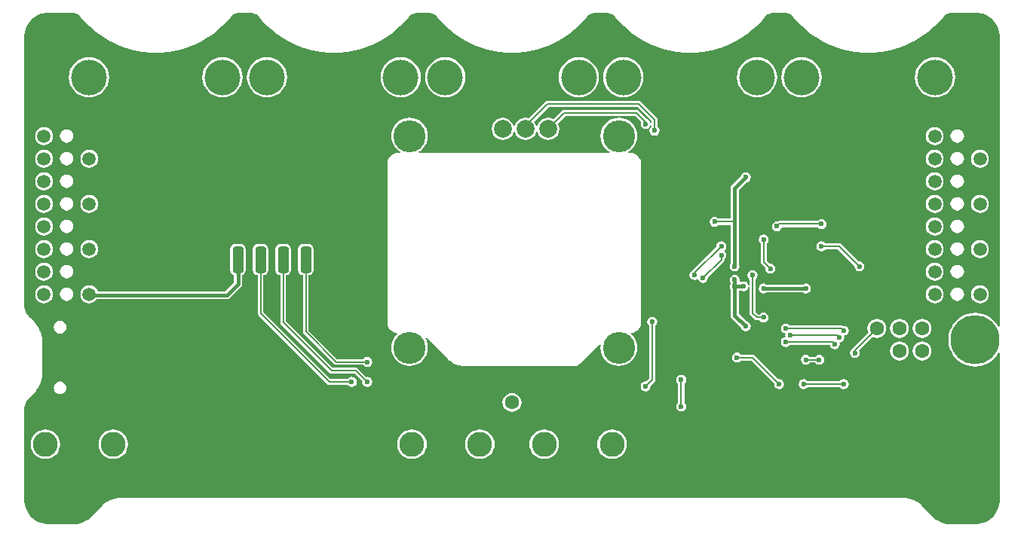
<source format=gbl>
G04*
G04 #@! TF.GenerationSoftware,Altium Limited,Altium Designer,18.0.7 (293)*
G04*
G04 Layer_Physical_Order=2*
G04 Layer_Color=16711680*
%FSLAX25Y25*%
%MOIN*%
G70*
G01*
G75*
%ADD11C,0.01575*%
%ADD12C,0.00591*%
%ADD15C,0.00787*%
%ADD34C,0.05906*%
%ADD35C,0.14173*%
%ADD36C,0.07874*%
%ADD37C,0.06299*%
%ADD38C,0.21654*%
%ADD39C,0.11024*%
%ADD40C,0.15748*%
%ADD42C,0.02362*%
G04:AMPARAMS|DCode=43|XSize=47.24mil|YSize=118.11mil|CornerRadius=11.81mil|HoleSize=0mil|Usage=FLASHONLY|Rotation=0.000|XOffset=0mil|YOffset=0mil|HoleType=Round|Shape=RoundedRectangle|*
%AMROUNDEDRECTD43*
21,1,0.04724,0.09449,0,0,0.0*
21,1,0.02362,0.11811,0,0,0.0*
1,1,0.02362,0.01181,-0.04724*
1,1,0.02362,-0.01181,-0.04724*
1,1,0.02362,-0.01181,0.04724*
1,1,0.02362,0.01181,0.04724*
%
%ADD43ROUNDEDRECTD43*%
G36*
X421968Y227343D02*
X423373Y227158D01*
X424741Y226791D01*
X426050Y226249D01*
X427277Y225541D01*
X428401Y224678D01*
X429403Y223677D01*
X430265Y222553D01*
X430974Y221326D01*
X431516Y220017D01*
X431882Y218648D01*
X432067Y217244D01*
Y216535D01*
Y88603D01*
X431567Y88462D01*
X430845Y89641D01*
X429637Y91055D01*
X428224Y92262D01*
X426639Y93233D01*
X424921Y93945D01*
X423113Y94379D01*
X421260Y94525D01*
X419407Y94379D01*
X417599Y93945D01*
X415881Y93233D01*
X414296Y92262D01*
X412882Y91055D01*
X411675Y89641D01*
X410704Y88056D01*
X409992Y86338D01*
X409558Y84531D01*
X409412Y82677D01*
X409558Y80824D01*
X409992Y79016D01*
X410704Y77298D01*
X411675Y75713D01*
X412882Y74300D01*
X414296Y73092D01*
X415881Y72121D01*
X417599Y71409D01*
X419407Y70976D01*
X421260Y70830D01*
X423113Y70976D01*
X424921Y71409D01*
X426639Y72121D01*
X428224Y73092D01*
X429637Y74300D01*
X430845Y75713D01*
X431567Y76893D01*
X432067Y76752D01*
Y11811D01*
Y11103D01*
X431882Y9698D01*
X431516Y8330D01*
X430974Y7021D01*
X430265Y5794D01*
X429403Y4670D01*
X428401Y3668D01*
X427277Y2806D01*
X426050Y2097D01*
X424741Y1555D01*
X423373Y1188D01*
X421968Y1003D01*
X409873D01*
X408816Y1108D01*
X407775Y1315D01*
X406759Y1623D01*
X405778Y2029D01*
X404841Y2530D01*
X403958Y3120D01*
X403137Y3793D01*
X402762Y4169D01*
X397870Y9061D01*
X397859Y9068D01*
X397852Y9078D01*
X397432Y9478D01*
X397401Y9498D01*
X397377Y9527D01*
X396481Y10262D01*
X396437Y10286D01*
X396402Y10321D01*
X395438Y10965D01*
X395392Y10984D01*
X395354Y11016D01*
X394331Y11562D01*
X394284Y11576D01*
X394242Y11604D01*
X393172Y12048D01*
X393123Y12057D01*
X393079Y12081D01*
X391970Y12417D01*
X391920Y12422D01*
X391874Y12441D01*
X390737Y12667D01*
X390687D01*
X390640Y12682D01*
X389486Y12795D01*
X389449Y12792D01*
X389413Y12800D01*
X388833Y12814D01*
X388821Y12812D01*
X388808Y12814D01*
X44262D01*
X44250Y12812D01*
X44238Y12814D01*
X43658Y12800D01*
X43622Y12792D01*
X43584Y12795D01*
X42431Y12682D01*
X42383Y12667D01*
X42334D01*
X41197Y12441D01*
X41151Y12422D01*
X41101Y12417D01*
X39992Y12081D01*
X39948Y12057D01*
X39899Y12048D01*
X38829Y11604D01*
X38787Y11576D01*
X38739Y11562D01*
X37717Y11016D01*
X37679Y10984D01*
X37633Y10965D01*
X36669Y10321D01*
X36634Y10286D01*
X36590Y10262D01*
X35694Y9527D01*
X35670Y9498D01*
X35639Y9478D01*
X35219Y9078D01*
X35212Y9068D01*
X35201Y9061D01*
X30309Y4169D01*
X30309Y4169D01*
X29934Y3793D01*
X29113Y3120D01*
X28230Y2530D01*
X27293Y2029D01*
X26312Y1623D01*
X25296Y1315D01*
X24254Y1108D01*
X23198Y1003D01*
X11103D01*
X9698Y1188D01*
X8330Y1555D01*
X7021Y2097D01*
X5794Y2806D01*
X4670Y3668D01*
X3668Y4670D01*
X2806Y5794D01*
X2097Y7021D01*
X1555Y8330D01*
X1188Y9698D01*
X1003Y11103D01*
Y11811D01*
X1003Y51181D01*
Y52018D01*
X1330Y53661D01*
X1971Y55208D01*
X2901Y56600D01*
X4647Y58346D01*
X5048Y58747D01*
X5055Y58757D01*
X5065Y58765D01*
X5474Y59194D01*
X5494Y59225D01*
X5523Y59249D01*
X6274Y60165D01*
X6298Y60209D01*
X6333Y60244D01*
X6991Y61229D01*
X7010Y61275D01*
X7042Y61313D01*
X7600Y62358D01*
X7615Y62406D01*
X7642Y62447D01*
X8095Y63542D01*
X8105Y63590D01*
X8129Y63634D01*
X8472Y64768D01*
X8477Y64817D01*
X8496Y64863D01*
X8728Y66025D01*
Y66075D01*
X8742Y66123D01*
X8858Y67301D01*
X8854Y67339D01*
X8863Y67375D01*
X8877Y67967D01*
X8875Y67980D01*
X8878Y67992D01*
Y81614D01*
X8875Y81626D01*
X8877Y81639D01*
X8863Y82231D01*
X8854Y82268D01*
X8858Y82305D01*
X8742Y83484D01*
X8728Y83531D01*
Y83581D01*
X8496Y84743D01*
X8477Y84789D01*
X8472Y84838D01*
X8129Y85972D01*
X8105Y86016D01*
X8095Y86065D01*
X7642Y87159D01*
X7615Y87201D01*
X7600Y87248D01*
X7042Y88293D01*
X7010Y88331D01*
X6991Y88377D01*
X6333Y89362D01*
X6298Y89398D01*
X6274Y89442D01*
X5523Y90357D01*
X5494Y90381D01*
X5474Y90412D01*
X5065Y90842D01*
X5055Y90849D01*
X5048Y90859D01*
X3493Y92414D01*
X2901Y93006D01*
X1971Y94398D01*
X1330Y95946D01*
X1003Y97588D01*
Y98425D01*
X1003Y216535D01*
Y217244D01*
X1188Y218648D01*
X1555Y220017D01*
X2097Y221326D01*
X2806Y222553D01*
X3668Y223677D01*
X4670Y224678D01*
X5794Y225541D01*
X7021Y226249D01*
X8330Y226791D01*
X9698Y227158D01*
X11103Y227343D01*
X11811Y227343D01*
X22175D01*
X22726Y227343D01*
X23801Y227098D01*
X24795Y226621D01*
X25657Y225935D01*
X26002Y225505D01*
X26011Y225497D01*
X26016Y225487D01*
X27205Y224069D01*
X27232Y224047D01*
X27250Y224018D01*
X29813Y221348D01*
X29850Y221322D01*
X29878Y221286D01*
X32669Y218855D01*
X32708Y218832D01*
X32739Y218799D01*
X35737Y216627D01*
X35778Y216608D01*
X35811Y216578D01*
X38991Y214683D01*
X39034Y214668D01*
X39070Y214641D01*
X42407Y213038D01*
X42451Y213027D01*
X42489Y213003D01*
X45956Y211705D01*
X46000Y211698D01*
X46041Y211677D01*
X49610Y210695D01*
X49655Y210691D01*
X49697Y210675D01*
X53339Y210015D01*
X53385Y210016D01*
X53428Y210003D01*
X57115Y209672D01*
X57160Y209677D01*
X57205Y209668D01*
X60906D01*
X60950Y209677D01*
X60996Y209672D01*
X64682Y210003D01*
X64726Y210016D01*
X64771Y210015D01*
X68413Y210675D01*
X68455Y210691D01*
X68501Y210695D01*
X72069Y211677D01*
X72110Y211698D01*
X72155Y211705D01*
X75621Y213003D01*
X75660Y213027D01*
X75704Y213038D01*
X79040Y214641D01*
X79076Y214668D01*
X79119Y214683D01*
X82299Y216578D01*
X82332Y216608D01*
X82374Y216627D01*
X85371Y218799D01*
X85402Y218832D01*
X85441Y218855D01*
X88233Y221286D01*
X88260Y221322D01*
X88298Y221348D01*
X90860Y224018D01*
X90878Y224047D01*
X90905Y224069D01*
X92094Y225487D01*
X92100Y225497D01*
X92108Y225505D01*
X92453Y225935D01*
X93316Y226621D01*
X94309Y227098D01*
X95384Y227343D01*
X95935Y227343D01*
X100915D01*
X101467Y227343D01*
X102541Y227098D01*
X103535Y226621D01*
X104398Y225935D01*
X104742Y225505D01*
X104751Y225497D01*
X104756Y225487D01*
X105945Y224069D01*
X105972Y224047D01*
X105990Y224018D01*
X108553Y221348D01*
X108590Y221322D01*
X108618Y221286D01*
X111409Y218855D01*
X111448Y218832D01*
X111479Y218799D01*
X114477Y216627D01*
X114518Y216608D01*
X114552Y216578D01*
X117731Y214683D01*
X117774Y214668D01*
X117810Y214641D01*
X121147Y213038D01*
X121191Y213027D01*
X121229Y213003D01*
X124696Y211705D01*
X124741Y211698D01*
X124781Y211677D01*
X128350Y210695D01*
X128395Y210691D01*
X128437Y210675D01*
X132079Y210015D01*
X132125Y210016D01*
X132168Y210003D01*
X135855Y209672D01*
X135900Y209677D01*
X135945Y209668D01*
X139646D01*
X139690Y209677D01*
X139736Y209672D01*
X143422Y210003D01*
X143466Y210016D01*
X143511Y210015D01*
X147153Y210675D01*
X147196Y210691D01*
X147241Y210695D01*
X150809Y211677D01*
X150850Y211698D01*
X150895Y211705D01*
X154361Y213003D01*
X154400Y213027D01*
X154444Y213038D01*
X157780Y214641D01*
X157817Y214668D01*
X157859Y214683D01*
X161039Y216578D01*
X161073Y216608D01*
X161114Y216627D01*
X164111Y218799D01*
X164142Y218832D01*
X164182Y218855D01*
X166973Y221286D01*
X167000Y221322D01*
X167038Y221348D01*
X169600Y224018D01*
X169619Y224047D01*
X169645Y224069D01*
X170834Y225487D01*
X170840Y225497D01*
X170849Y225505D01*
X171193Y225935D01*
X172056Y226621D01*
X173049Y227098D01*
X174124Y227343D01*
X174675Y227343D01*
X179656D01*
X180207Y227343D01*
X181281Y227098D01*
X182275Y226621D01*
X183138Y225935D01*
X183482Y225505D01*
X183491Y225497D01*
X183496Y225487D01*
X184685Y224069D01*
X184712Y224047D01*
X184730Y224018D01*
X187293Y221348D01*
X187330Y221322D01*
X187358Y221286D01*
X190149Y218855D01*
X190189Y218832D01*
X190219Y218799D01*
X193217Y216627D01*
X193258Y216608D01*
X193292Y216578D01*
X196471Y214683D01*
X196514Y214668D01*
X196551Y214641D01*
X199887Y213038D01*
X199931Y213027D01*
X199969Y213003D01*
X203436Y211705D01*
X203481Y211698D01*
X203521Y211677D01*
X207090Y210695D01*
X207135Y210691D01*
X207177Y210675D01*
X210820Y210015D01*
X210865Y210016D01*
X210909Y210003D01*
X214595Y209672D01*
X214640Y209677D01*
X214685Y209668D01*
X218386D01*
X218431Y209677D01*
X218476Y209672D01*
X222162Y210003D01*
X222206Y210016D01*
X222251Y210015D01*
X225893Y210675D01*
X225936Y210691D01*
X225981Y210695D01*
X229550Y211677D01*
X229590Y211698D01*
X229635Y211705D01*
X233101Y213003D01*
X233140Y213027D01*
X233184Y213038D01*
X236520Y214641D01*
X236557Y214668D01*
X236599Y214683D01*
X239779Y216578D01*
X239813Y216608D01*
X239854Y216627D01*
X242851Y218799D01*
X242882Y218832D01*
X242922Y218855D01*
X245713Y221286D01*
X245741Y221322D01*
X245778Y221348D01*
X248340Y224018D01*
X248359Y224047D01*
X248385Y224069D01*
X249574Y225487D01*
X249580Y225497D01*
X249589Y225505D01*
X249933Y225935D01*
X250796Y226621D01*
X251789Y227098D01*
X252864Y227343D01*
X253415Y227343D01*
X258396D01*
X258947Y227343D01*
X260021Y227098D01*
X261015Y226621D01*
X261878Y225935D01*
X262222Y225505D01*
X262231Y225497D01*
X262237Y225487D01*
X263426Y224069D01*
X263452Y224047D01*
X263471Y224018D01*
X266033Y221348D01*
X266070Y221322D01*
X266098Y221286D01*
X268889Y218855D01*
X268929Y218832D01*
X268960Y218799D01*
X271957Y216627D01*
X271998Y216608D01*
X272032Y216578D01*
X275212Y214683D01*
X275254Y214668D01*
X275291Y214641D01*
X278627Y213038D01*
X278671Y213027D01*
X278710Y213003D01*
X282176Y211705D01*
X282221Y211698D01*
X282261Y211677D01*
X285830Y210695D01*
X285875Y210691D01*
X285918Y210675D01*
X289560Y210015D01*
X289605Y210016D01*
X289649Y210003D01*
X293335Y209672D01*
X293380Y209677D01*
X293425Y209668D01*
X297126D01*
X297171Y209677D01*
X297216Y209672D01*
X300903Y210003D01*
X300946Y210016D01*
X300992Y210015D01*
X304634Y210675D01*
X304676Y210691D01*
X304721Y210695D01*
X308290Y211677D01*
X308330Y211698D01*
X308375Y211705D01*
X311842Y213003D01*
X311880Y213027D01*
X311924Y213038D01*
X315261Y214641D01*
X315297Y214668D01*
X315340Y214683D01*
X318519Y216578D01*
X318553Y216608D01*
X318594Y216627D01*
X321592Y218799D01*
X321622Y218832D01*
X321662Y218855D01*
X324453Y221286D01*
X324481Y221322D01*
X324518Y221348D01*
X327081Y224018D01*
X327099Y224047D01*
X327126Y224069D01*
X328315Y225487D01*
X328320Y225497D01*
X328329Y225505D01*
X328673Y225935D01*
X329536Y226621D01*
X330530Y227098D01*
X331604Y227343D01*
X332155Y227343D01*
X337136D01*
X337687Y227343D01*
X338762Y227098D01*
X339755Y226621D01*
X340618Y225935D01*
X340963Y225505D01*
X340971Y225497D01*
X340977Y225487D01*
X342166Y224069D01*
X342192Y224047D01*
X342211Y224018D01*
X344773Y221348D01*
X344811Y221322D01*
X344838Y221286D01*
X347629Y218855D01*
X347669Y218832D01*
X347700Y218799D01*
X350697Y216627D01*
X350738Y216608D01*
X350772Y216578D01*
X353952Y214683D01*
X353994Y214668D01*
X354031Y214641D01*
X357367Y213038D01*
X357411Y213027D01*
X357450Y213003D01*
X360916Y211705D01*
X360961Y211698D01*
X361002Y211677D01*
X364570Y210695D01*
X364615Y210691D01*
X364658Y210675D01*
X368300Y210015D01*
X368345Y210016D01*
X368389Y210003D01*
X372075Y209672D01*
X372120Y209677D01*
X372165Y209668D01*
X375866D01*
X375911Y209677D01*
X375956Y209672D01*
X379643Y210003D01*
X379686Y210016D01*
X379732Y210015D01*
X383374Y210675D01*
X383416Y210691D01*
X383461Y210695D01*
X387030Y211677D01*
X387070Y211698D01*
X387115Y211705D01*
X390582Y213003D01*
X390620Y213027D01*
X390664Y213038D01*
X394001Y214641D01*
X394037Y214668D01*
X394080Y214683D01*
X397259Y216578D01*
X397293Y216608D01*
X397334Y216627D01*
X400332Y218799D01*
X400363Y218832D01*
X400402Y218855D01*
X403193Y221286D01*
X403221Y221322D01*
X403258Y221348D01*
X405821Y224018D01*
X405839Y224047D01*
X405866Y224069D01*
X407055Y225487D01*
X407060Y225497D01*
X407069Y225505D01*
X407413Y225935D01*
X408276Y226621D01*
X409270Y227098D01*
X410345Y227343D01*
X410896Y227343D01*
X421260D01*
X421968Y227343D01*
D02*
G37*
%LPC*%
G36*
X403543Y207720D02*
X401807Y207549D01*
X400137Y207043D01*
X398598Y206220D01*
X397249Y205113D01*
X396142Y203764D01*
X395320Y202225D01*
X394813Y200555D01*
X394642Y198819D01*
X394813Y197082D01*
X395320Y195413D01*
X396142Y193874D01*
X397249Y192525D01*
X398598Y191418D01*
X400137Y190595D01*
X401807Y190089D01*
X403543Y189918D01*
X405280Y190089D01*
X406950Y190595D01*
X408489Y191418D01*
X409837Y192525D01*
X410944Y193874D01*
X411767Y195413D01*
X412273Y197082D01*
X412444Y198819D01*
X412273Y200555D01*
X411767Y202225D01*
X410944Y203764D01*
X409837Y205113D01*
X408489Y206220D01*
X406950Y207043D01*
X405280Y207549D01*
X403543Y207720D01*
D02*
G37*
G36*
X344488D02*
X342752Y207549D01*
X341082Y207043D01*
X339543Y206220D01*
X338194Y205113D01*
X337087Y203764D01*
X336265Y202225D01*
X335758Y200555D01*
X335587Y198819D01*
X335758Y197082D01*
X336265Y195413D01*
X337087Y193874D01*
X338194Y192525D01*
X339543Y191418D01*
X341082Y190595D01*
X342752Y190089D01*
X344488Y189918D01*
X346225Y190089D01*
X347895Y190595D01*
X349433Y191418D01*
X350782Y192525D01*
X351889Y193874D01*
X352712Y195413D01*
X353218Y197082D01*
X353389Y198819D01*
X353218Y200555D01*
X352712Y202225D01*
X351889Y203764D01*
X350782Y205113D01*
X349433Y206220D01*
X347895Y207043D01*
X346225Y207549D01*
X344488Y207720D01*
D02*
G37*
G36*
X324803D02*
X323067Y207549D01*
X321397Y207043D01*
X319858Y206220D01*
X318509Y205113D01*
X317402Y203764D01*
X316580Y202225D01*
X316073Y200555D01*
X315902Y198819D01*
X316073Y197082D01*
X316580Y195413D01*
X317402Y193874D01*
X318509Y192525D01*
X319858Y191418D01*
X321397Y190595D01*
X323067Y190089D01*
X324803Y189918D01*
X326540Y190089D01*
X328209Y190595D01*
X329748Y191418D01*
X331097Y192525D01*
X332204Y193874D01*
X333027Y195413D01*
X333533Y197082D01*
X333704Y198819D01*
X333533Y200555D01*
X333027Y202225D01*
X332204Y203764D01*
X331097Y205113D01*
X329748Y206220D01*
X328209Y207043D01*
X326540Y207549D01*
X324803Y207720D01*
D02*
G37*
G36*
X265748D02*
X264012Y207549D01*
X262342Y207043D01*
X260803Y206220D01*
X259454Y205113D01*
X258347Y203764D01*
X257524Y202225D01*
X257018Y200555D01*
X256847Y198819D01*
X257018Y197082D01*
X257524Y195413D01*
X258347Y193874D01*
X259454Y192525D01*
X260803Y191418D01*
X262342Y190595D01*
X264012Y190089D01*
X265748Y189918D01*
X267484Y190089D01*
X269154Y190595D01*
X270693Y191418D01*
X272042Y192525D01*
X273149Y193874D01*
X273972Y195413D01*
X274478Y197082D01*
X274649Y198819D01*
X274478Y200555D01*
X273972Y202225D01*
X273149Y203764D01*
X272042Y205113D01*
X270693Y206220D01*
X269154Y207043D01*
X267484Y207549D01*
X265748Y207720D01*
D02*
G37*
G36*
X246063D02*
X244326Y207549D01*
X242657Y207043D01*
X241118Y206220D01*
X239769Y205113D01*
X238662Y203764D01*
X237839Y202225D01*
X237333Y200555D01*
X237162Y198819D01*
X237333Y197082D01*
X237839Y195413D01*
X238662Y193874D01*
X239769Y192525D01*
X241118Y191418D01*
X242657Y190595D01*
X244326Y190089D01*
X246063Y189918D01*
X247799Y190089D01*
X249469Y190595D01*
X251008Y191418D01*
X252357Y192525D01*
X253464Y193874D01*
X254287Y195413D01*
X254793Y197082D01*
X254964Y198819D01*
X254793Y200555D01*
X254287Y202225D01*
X253464Y203764D01*
X252357Y205113D01*
X251008Y206220D01*
X249469Y207043D01*
X247799Y207549D01*
X246063Y207720D01*
D02*
G37*
G36*
X187008D02*
X185271Y207549D01*
X183602Y207043D01*
X182063Y206220D01*
X180714Y205113D01*
X179607Y203764D01*
X178784Y202225D01*
X178278Y200555D01*
X178107Y198819D01*
X178278Y197082D01*
X178784Y195413D01*
X179607Y193874D01*
X180714Y192525D01*
X182063Y191418D01*
X183602Y190595D01*
X185271Y190089D01*
X187008Y189918D01*
X188744Y190089D01*
X190414Y190595D01*
X191953Y191418D01*
X193302Y192525D01*
X194409Y193874D01*
X195231Y195413D01*
X195738Y197082D01*
X195909Y198819D01*
X195738Y200555D01*
X195231Y202225D01*
X194409Y203764D01*
X193302Y205113D01*
X191953Y206220D01*
X190414Y207043D01*
X188744Y207549D01*
X187008Y207720D01*
D02*
G37*
G36*
X167323D02*
X165586Y207549D01*
X163917Y207043D01*
X162378Y206220D01*
X161029Y205113D01*
X159922Y203764D01*
X159099Y202225D01*
X158593Y200555D01*
X158422Y198819D01*
X158593Y197082D01*
X159099Y195413D01*
X159922Y193874D01*
X161029Y192525D01*
X162378Y191418D01*
X163917Y190595D01*
X165586Y190089D01*
X167323Y189918D01*
X169059Y190089D01*
X170729Y190595D01*
X172268Y191418D01*
X173617Y192525D01*
X174724Y193874D01*
X175546Y195413D01*
X176053Y197082D01*
X176224Y198819D01*
X176053Y200555D01*
X175546Y202225D01*
X174724Y203764D01*
X173617Y205113D01*
X172268Y206220D01*
X170729Y207043D01*
X169059Y207549D01*
X167323Y207720D01*
D02*
G37*
G36*
X108268D02*
X106531Y207549D01*
X104861Y207043D01*
X103323Y206220D01*
X101974Y205113D01*
X100867Y203764D01*
X100044Y202225D01*
X99538Y200555D01*
X99367Y198819D01*
X99538Y197082D01*
X100044Y195413D01*
X100867Y193874D01*
X101974Y192525D01*
X103323Y191418D01*
X104861Y190595D01*
X106531Y190089D01*
X108268Y189918D01*
X110004Y190089D01*
X111674Y190595D01*
X113213Y191418D01*
X114562Y192525D01*
X115669Y193874D01*
X116491Y195413D01*
X116998Y197082D01*
X117169Y198819D01*
X116998Y200555D01*
X116491Y202225D01*
X115669Y203764D01*
X114562Y205113D01*
X113213Y206220D01*
X111674Y207043D01*
X110004Y207549D01*
X108268Y207720D01*
D02*
G37*
G36*
X88583D02*
X86846Y207549D01*
X85176Y207043D01*
X83637Y206220D01*
X82289Y205113D01*
X81182Y203764D01*
X80359Y202225D01*
X79853Y200555D01*
X79682Y198819D01*
X79853Y197082D01*
X80359Y195413D01*
X81182Y193874D01*
X82289Y192525D01*
X83637Y191418D01*
X85176Y190595D01*
X86846Y190089D01*
X88583Y189918D01*
X90319Y190089D01*
X91989Y190595D01*
X93528Y191418D01*
X94877Y192525D01*
X95984Y193874D01*
X96806Y195413D01*
X97313Y197082D01*
X97484Y198819D01*
X97313Y200555D01*
X96806Y202225D01*
X95984Y203764D01*
X94877Y205113D01*
X93528Y206220D01*
X91989Y207043D01*
X90319Y207549D01*
X88583Y207720D01*
D02*
G37*
G36*
X29528D02*
X27791Y207549D01*
X26121Y207043D01*
X24582Y206220D01*
X23234Y205113D01*
X22127Y203764D01*
X21304Y202225D01*
X20798Y200555D01*
X20626Y198819D01*
X20798Y197082D01*
X21304Y195413D01*
X22127Y193874D01*
X23234Y192525D01*
X24582Y191418D01*
X26121Y190595D01*
X27791Y190089D01*
X29528Y189918D01*
X31264Y190089D01*
X32934Y190595D01*
X34473Y191418D01*
X35822Y192525D01*
X36929Y193874D01*
X37751Y195413D01*
X38258Y197082D01*
X38429Y198819D01*
X38258Y200555D01*
X37751Y202225D01*
X36929Y203764D01*
X35822Y205113D01*
X34473Y206220D01*
X32934Y207043D01*
X31264Y207549D01*
X29528Y207720D01*
D02*
G37*
G36*
X272638Y188312D02*
X232283D01*
X231784Y188213D01*
X231361Y187930D01*
X224091Y180660D01*
X223804Y180779D01*
X222520Y180948D01*
X221235Y180779D01*
X220038Y180283D01*
X219010Y179494D01*
X218221Y178466D01*
X217776Y177393D01*
X217776Y177392D01*
X217264D01*
X217263Y177393D01*
X216818Y178466D01*
X216030Y179494D01*
X215002Y180283D01*
X213804Y180779D01*
X212520Y180948D01*
X211235Y180779D01*
X210038Y180283D01*
X209010Y179494D01*
X208221Y178466D01*
X207725Y177269D01*
X207556Y175984D01*
X207725Y174699D01*
X208221Y173502D01*
X209010Y172474D01*
X210038Y171686D01*
X211235Y171190D01*
X212520Y171020D01*
X213804Y171190D01*
X215002Y171686D01*
X216030Y172474D01*
X216818Y173502D01*
X217263Y174576D01*
X217264Y174576D01*
X217776D01*
X217776Y174576D01*
X218221Y173502D01*
X219010Y172474D01*
X220038Y171686D01*
X221235Y171190D01*
X222520Y171020D01*
X223804Y171190D01*
X225002Y171686D01*
X226030Y172474D01*
X226818Y173502D01*
X227263Y174576D01*
X227264Y174576D01*
X227776D01*
X227776Y174576D01*
X228221Y173502D01*
X229010Y172474D01*
X230038Y171686D01*
X231235Y171190D01*
X232520Y171020D01*
X233804Y171190D01*
X235002Y171686D01*
X236030Y172474D01*
X236818Y173502D01*
X237314Y174699D01*
X237483Y175984D01*
X237314Y177269D01*
X236827Y178446D01*
X240147Y181766D01*
X271113D01*
X273685Y179195D01*
X273551Y178995D01*
X273383Y178150D01*
X273551Y177305D01*
X274029Y176588D01*
X274746Y176110D01*
X275590Y175942D01*
X276435Y176110D01*
X277152Y176588D01*
X277630Y177305D01*
X277723Y177771D01*
X278223Y177722D01*
Y176929D01*
X277966Y176758D01*
X277488Y176042D01*
X277320Y175197D01*
X277488Y174352D01*
X277966Y173636D01*
X278683Y173157D01*
X279528Y172989D01*
X280372Y173157D01*
X281089Y173636D01*
X281567Y174352D01*
X281735Y175197D01*
X281567Y176042D01*
X281089Y176758D01*
X280832Y176929D01*
Y180118D01*
X280733Y180617D01*
X280450Y181041D01*
X273560Y187930D01*
X273137Y188213D01*
X273054Y188230D01*
X272638Y188312D01*
D02*
G37*
G36*
X413386Y175813D02*
X412605Y175710D01*
X411877Y175409D01*
X411252Y174929D01*
X410772Y174304D01*
X410471Y173576D01*
X410368Y172795D01*
X410471Y172014D01*
X410772Y171286D01*
X411252Y170661D01*
X411877Y170182D01*
X412605Y169880D01*
X413386Y169777D01*
X414167Y169880D01*
X414895Y170182D01*
X415520Y170661D01*
X415999Y171286D01*
X416301Y172014D01*
X416404Y172795D01*
X416301Y173576D01*
X415999Y174304D01*
X415520Y174929D01*
X414895Y175409D01*
X414167Y175710D01*
X413386Y175813D01*
D02*
G37*
G36*
X19685D02*
X18904Y175710D01*
X18176Y175409D01*
X17551Y174929D01*
X17071Y174304D01*
X16770Y173576D01*
X16667Y172795D01*
X16770Y172014D01*
X17071Y171286D01*
X17551Y170661D01*
X18176Y170182D01*
X18904Y169880D01*
X19685Y169777D01*
X20466Y169880D01*
X21194Y170182D01*
X21819Y170661D01*
X22299Y171286D01*
X22600Y172014D01*
X22703Y172795D01*
X22600Y173576D01*
X22299Y174304D01*
X21819Y174929D01*
X21194Y175409D01*
X20466Y175710D01*
X19685Y175813D01*
D02*
G37*
G36*
X403386Y176766D02*
X402358Y176631D01*
X401400Y176234D01*
X400578Y175603D01*
X399947Y174781D01*
X399550Y173823D01*
X399415Y172795D01*
X399550Y171767D01*
X399947Y170810D01*
X400578Y169987D01*
X401400Y169356D01*
X402358Y168960D01*
X403386Y168824D01*
X404414Y168960D01*
X405371Y169356D01*
X406194Y169987D01*
X406825Y170810D01*
X407222Y171767D01*
X407357Y172795D01*
X407222Y173823D01*
X406825Y174781D01*
X406194Y175603D01*
X405371Y176234D01*
X404414Y176631D01*
X403386Y176766D01*
D02*
G37*
G36*
X9685D02*
X8657Y176631D01*
X7700Y176234D01*
X6877Y175603D01*
X6246Y174781D01*
X5849Y173823D01*
X5714Y172795D01*
X5849Y171767D01*
X6246Y170810D01*
X6877Y169987D01*
X7700Y169356D01*
X8657Y168960D01*
X9685Y168824D01*
X10713Y168960D01*
X11671Y169356D01*
X12493Y169987D01*
X13124Y170810D01*
X13521Y171767D01*
X13656Y172795D01*
X13521Y173823D01*
X13124Y174781D01*
X12493Y175603D01*
X11671Y176234D01*
X10713Y176631D01*
X9685Y176766D01*
D02*
G37*
G36*
X263779Y180945D02*
X262197Y180789D01*
X260676Y180327D01*
X259274Y179578D01*
X258045Y178569D01*
X257036Y177340D01*
X256287Y175938D01*
X255825Y174417D01*
X255670Y172835D01*
X255825Y171253D01*
X256287Y169731D01*
X257036Y168329D01*
X258045Y167100D01*
X259274Y166092D01*
X259710Y165859D01*
X259588Y165374D01*
X175451Y165374D01*
X175330Y165859D01*
X175766Y166092D01*
X176994Y167100D01*
X178003Y168329D01*
X178752Y169731D01*
X179214Y171253D01*
X179370Y172835D01*
X179214Y174417D01*
X178752Y175938D01*
X178003Y177340D01*
X176994Y178569D01*
X175766Y179578D01*
X174363Y180327D01*
X172842Y180789D01*
X171260Y180945D01*
X169678Y180789D01*
X168156Y180327D01*
X166754Y179578D01*
X165525Y178569D01*
X164517Y177340D01*
X163767Y175938D01*
X163306Y174417D01*
X163150Y172835D01*
X163306Y171253D01*
X163767Y169731D01*
X164517Y168329D01*
X165525Y167100D01*
X166754Y166092D01*
X167190Y165859D01*
X167068Y165374D01*
X166339D01*
X166339Y165374D01*
X165951Y165374D01*
X165854Y165354D01*
X165755D01*
X164994Y165203D01*
X164903Y165165D01*
X164806Y165146D01*
X164090Y164849D01*
X164007Y164794D01*
X163916Y164756D01*
X163271Y164325D01*
X163201Y164256D01*
X163119Y164201D01*
X162571Y163652D01*
X162516Y163570D01*
X162446Y163500D01*
X162015Y162856D01*
X161977Y162764D01*
X161923Y162682D01*
X161626Y161966D01*
X161607Y161869D01*
X161569Y161777D01*
X161417Y161017D01*
Y160918D01*
X161398Y160821D01*
X161398Y160433D01*
X161398Y90551D01*
X161398Y90551D01*
X161398Y90163D01*
X161417Y90066D01*
Y89968D01*
X161569Y89207D01*
X161607Y89116D01*
X161626Y89019D01*
X161923Y88302D01*
X161977Y88220D01*
X162015Y88129D01*
X162446Y87484D01*
X162516Y87414D01*
X162571Y87332D01*
X163119Y86783D01*
X163201Y86729D01*
X163271Y86659D01*
X163916Y86228D01*
X164007Y86190D01*
X164090Y86135D01*
X164806Y85838D01*
X164903Y85819D01*
X164994Y85781D01*
X165683Y85644D01*
X165789Y85441D01*
X165838Y85165D01*
X165836Y85124D01*
X165525Y84868D01*
X164517Y83640D01*
X163767Y82237D01*
X163306Y80716D01*
X163150Y79134D01*
X163306Y77552D01*
X163767Y76030D01*
X164517Y74628D01*
X165525Y73399D01*
X166754Y72391D01*
X168156Y71641D01*
X169678Y71180D01*
X171260Y71024D01*
X172842Y71180D01*
X174363Y71641D01*
X175766Y72391D01*
X176994Y73399D01*
X178003Y74628D01*
X178752Y76030D01*
X179214Y77552D01*
X179370Y79134D01*
X179214Y80716D01*
X178752Y82237D01*
X178163Y83341D01*
X178544Y83687D01*
X178748Y83551D01*
X179402Y82958D01*
X188291Y74070D01*
X188291Y74070D01*
X188987Y73373D01*
X189069Y73318D01*
X189139Y73248D01*
X190777Y72154D01*
X190868Y72116D01*
X190951Y72061D01*
X192770Y71307D01*
X192867Y71288D01*
X192959Y71250D01*
X194891Y70866D01*
X194990D01*
X195086Y70847D01*
X196071Y70847D01*
X243110Y70847D01*
X243110Y70847D01*
X243578Y70847D01*
X243675Y70866D01*
X243774D01*
X244692Y71049D01*
X244784Y71087D01*
X244881Y71106D01*
X245745Y71464D01*
X245828Y71519D01*
X245919Y71557D01*
X246697Y72077D01*
X246767Y72147D01*
X246849Y72202D01*
X247180Y72533D01*
X255319Y80671D01*
X255799Y80444D01*
X255670Y79134D01*
X255825Y77552D01*
X256287Y76030D01*
X257036Y74628D01*
X258045Y73399D01*
X259274Y72391D01*
X260676Y71641D01*
X262197Y71180D01*
X263779Y71024D01*
X265362Y71180D01*
X266883Y71641D01*
X268285Y72391D01*
X269514Y73399D01*
X270523Y74628D01*
X271272Y76030D01*
X271734Y77552D01*
X271889Y79134D01*
X271734Y80716D01*
X271272Y82237D01*
X270523Y83640D01*
X269514Y84868D01*
X269203Y85124D01*
X269202Y85165D01*
X269251Y85441D01*
X269357Y85644D01*
X270045Y85781D01*
X270136Y85819D01*
X270233Y85838D01*
X270950Y86135D01*
X271032Y86190D01*
X271123Y86228D01*
X271768Y86659D01*
X271838Y86729D01*
X271920Y86783D01*
X272468Y87332D01*
X272523Y87414D01*
X272593Y87484D01*
X273024Y88129D01*
X273062Y88220D01*
X273117Y88302D01*
X273414Y89019D01*
X273433Y89116D01*
X273471Y89207D01*
X273622Y89968D01*
Y90066D01*
X273641Y90163D01*
X273641Y90551D01*
X273641Y160433D01*
X273641Y160433D01*
X273641Y160821D01*
X273622Y160918D01*
Y161017D01*
X273471Y161777D01*
X273433Y161869D01*
X273414Y161966D01*
X273117Y162682D01*
X273062Y162764D01*
X273024Y162855D01*
X272593Y163500D01*
X272523Y163570D01*
X272468Y163652D01*
X271920Y164201D01*
X271838Y164256D01*
X271768Y164325D01*
X271123Y164756D01*
X271032Y164794D01*
X270950Y164849D01*
X270233Y165146D01*
X270136Y165165D01*
X270045Y165203D01*
X269284Y165354D01*
X269185D01*
X269089Y165374D01*
X268701Y165374D01*
X267971D01*
X267849Y165859D01*
X268285Y166092D01*
X269514Y167100D01*
X270523Y168329D01*
X271272Y169731D01*
X271734Y171253D01*
X271889Y172835D01*
X271734Y174417D01*
X271272Y175938D01*
X270523Y177340D01*
X269514Y178569D01*
X268285Y179578D01*
X266883Y180327D01*
X265362Y180789D01*
X263779Y180945D01*
D02*
G37*
G36*
X413386Y165813D02*
X412605Y165710D01*
X411877Y165409D01*
X411252Y164929D01*
X410772Y164304D01*
X410471Y163576D01*
X410368Y162795D01*
X410471Y162014D01*
X410772Y161286D01*
X411252Y160661D01*
X411877Y160182D01*
X412605Y159880D01*
X413386Y159777D01*
X414167Y159880D01*
X414895Y160182D01*
X415520Y160661D01*
X415999Y161286D01*
X416301Y162014D01*
X416404Y162795D01*
X416301Y163576D01*
X415999Y164304D01*
X415520Y164929D01*
X414895Y165409D01*
X414167Y165710D01*
X413386Y165813D01*
D02*
G37*
G36*
X19685D02*
X18904Y165710D01*
X18176Y165409D01*
X17551Y164929D01*
X17071Y164304D01*
X16770Y163576D01*
X16667Y162795D01*
X16770Y162014D01*
X17071Y161286D01*
X17551Y160661D01*
X18176Y160182D01*
X18904Y159880D01*
X19685Y159777D01*
X20466Y159880D01*
X21194Y160182D01*
X21819Y160661D01*
X22299Y161286D01*
X22600Y162014D01*
X22703Y162795D01*
X22600Y163576D01*
X22299Y164304D01*
X21819Y164929D01*
X21194Y165409D01*
X20466Y165710D01*
X19685Y165813D01*
D02*
G37*
G36*
X423386Y166766D02*
X422358Y166631D01*
X421400Y166234D01*
X420578Y165603D01*
X419947Y164781D01*
X419550Y163823D01*
X419415Y162795D01*
X419550Y161767D01*
X419947Y160810D01*
X420578Y159987D01*
X421400Y159356D01*
X422358Y158960D01*
X423386Y158824D01*
X424414Y158960D01*
X425371Y159356D01*
X426194Y159987D01*
X426825Y160810D01*
X427221Y161767D01*
X427357Y162795D01*
X427221Y163823D01*
X426825Y164781D01*
X426194Y165603D01*
X425371Y166234D01*
X424414Y166631D01*
X423386Y166766D01*
D02*
G37*
G36*
X403386D02*
X402358Y166631D01*
X401400Y166234D01*
X400578Y165603D01*
X399947Y164781D01*
X399550Y163823D01*
X399415Y162795D01*
X399550Y161767D01*
X399947Y160810D01*
X400578Y159987D01*
X401400Y159356D01*
X402358Y158960D01*
X403386Y158824D01*
X404414Y158960D01*
X405371Y159356D01*
X406194Y159987D01*
X406825Y160810D01*
X407222Y161767D01*
X407357Y162795D01*
X407222Y163823D01*
X406825Y164781D01*
X406194Y165603D01*
X405371Y166234D01*
X404414Y166631D01*
X403386Y166766D01*
D02*
G37*
G36*
X29685D02*
X28657Y166631D01*
X27700Y166234D01*
X26877Y165603D01*
X26246Y164781D01*
X25849Y163823D01*
X25714Y162795D01*
X25849Y161767D01*
X26246Y160810D01*
X26877Y159987D01*
X27700Y159356D01*
X28657Y158960D01*
X29685Y158824D01*
X30713Y158960D01*
X31670Y159356D01*
X32493Y159987D01*
X33124Y160810D01*
X33521Y161767D01*
X33656Y162795D01*
X33521Y163823D01*
X33124Y164781D01*
X32493Y165603D01*
X31670Y166234D01*
X30713Y166631D01*
X29685Y166766D01*
D02*
G37*
G36*
X9685D02*
X8657Y166631D01*
X7700Y166234D01*
X6877Y165603D01*
X6246Y164781D01*
X5849Y163823D01*
X5714Y162795D01*
X5849Y161767D01*
X6246Y160810D01*
X6877Y159987D01*
X7700Y159356D01*
X8657Y158960D01*
X9685Y158824D01*
X10713Y158960D01*
X11671Y159356D01*
X12493Y159987D01*
X13124Y160810D01*
X13521Y161767D01*
X13656Y162795D01*
X13521Y163823D01*
X13124Y164781D01*
X12493Y165603D01*
X11671Y166234D01*
X10713Y166631D01*
X9685Y166766D01*
D02*
G37*
G36*
X413386Y155813D02*
X412605Y155710D01*
X411877Y155409D01*
X411252Y154929D01*
X410772Y154304D01*
X410471Y153576D01*
X410368Y152795D01*
X410471Y152014D01*
X410772Y151286D01*
X411252Y150661D01*
X411877Y150182D01*
X412605Y149880D01*
X413386Y149777D01*
X414167Y149880D01*
X414895Y150182D01*
X415520Y150661D01*
X415999Y151286D01*
X416301Y152014D01*
X416404Y152795D01*
X416301Y153576D01*
X415999Y154304D01*
X415520Y154929D01*
X414895Y155409D01*
X414167Y155710D01*
X413386Y155813D01*
D02*
G37*
G36*
X19685D02*
X18904Y155710D01*
X18176Y155409D01*
X17551Y154929D01*
X17071Y154304D01*
X16770Y153576D01*
X16667Y152795D01*
X16770Y152014D01*
X17071Y151286D01*
X17551Y150661D01*
X18176Y150182D01*
X18904Y149880D01*
X19685Y149777D01*
X20466Y149880D01*
X21194Y150182D01*
X21819Y150661D01*
X22299Y151286D01*
X22600Y152014D01*
X22703Y152795D01*
X22600Y153576D01*
X22299Y154304D01*
X21819Y154929D01*
X21194Y155409D01*
X20466Y155710D01*
X19685Y155813D01*
D02*
G37*
G36*
X403386Y156766D02*
X402358Y156631D01*
X401400Y156234D01*
X400578Y155603D01*
X399947Y154781D01*
X399550Y153823D01*
X399415Y152795D01*
X399550Y151768D01*
X399947Y150810D01*
X400578Y149987D01*
X401400Y149356D01*
X402358Y148960D01*
X403386Y148824D01*
X404414Y148960D01*
X405371Y149356D01*
X406194Y149987D01*
X406825Y150810D01*
X407222Y151768D01*
X407357Y152795D01*
X407222Y153823D01*
X406825Y154781D01*
X406194Y155603D01*
X405371Y156234D01*
X404414Y156631D01*
X403386Y156766D01*
D02*
G37*
G36*
X9685D02*
X8657Y156631D01*
X7700Y156234D01*
X6877Y155603D01*
X6246Y154781D01*
X5849Y153823D01*
X5714Y152795D01*
X5849Y151768D01*
X6246Y150810D01*
X6877Y149987D01*
X7700Y149356D01*
X8657Y148960D01*
X9685Y148824D01*
X10713Y148960D01*
X11671Y149356D01*
X12493Y149987D01*
X13124Y150810D01*
X13521Y151768D01*
X13656Y152795D01*
X13521Y153823D01*
X13124Y154781D01*
X12493Y155603D01*
X11671Y156234D01*
X10713Y156631D01*
X9685Y156766D01*
D02*
G37*
G36*
X413386Y145813D02*
X412605Y145710D01*
X411877Y145409D01*
X411252Y144929D01*
X410772Y144304D01*
X410471Y143576D01*
X410368Y142795D01*
X410471Y142014D01*
X410772Y141286D01*
X411252Y140661D01*
X411877Y140182D01*
X412605Y139880D01*
X413386Y139777D01*
X414167Y139880D01*
X414895Y140182D01*
X415520Y140661D01*
X415999Y141286D01*
X416301Y142014D01*
X416404Y142795D01*
X416301Y143576D01*
X415999Y144304D01*
X415520Y144929D01*
X414895Y145409D01*
X414167Y145710D01*
X413386Y145813D01*
D02*
G37*
G36*
X19685D02*
X18904Y145710D01*
X18176Y145409D01*
X17551Y144929D01*
X17071Y144304D01*
X16770Y143576D01*
X16667Y142795D01*
X16770Y142014D01*
X17071Y141286D01*
X17551Y140661D01*
X18176Y140182D01*
X18904Y139880D01*
X19685Y139777D01*
X20466Y139880D01*
X21194Y140182D01*
X21819Y140661D01*
X22299Y141286D01*
X22600Y142014D01*
X22703Y142795D01*
X22600Y143576D01*
X22299Y144304D01*
X21819Y144929D01*
X21194Y145409D01*
X20466Y145710D01*
X19685Y145813D01*
D02*
G37*
G36*
X423386Y146766D02*
X422358Y146631D01*
X421400Y146234D01*
X420578Y145603D01*
X419947Y144781D01*
X419550Y143823D01*
X419415Y142795D01*
X419550Y141768D01*
X419947Y140810D01*
X420578Y139987D01*
X421400Y139356D01*
X422358Y138960D01*
X423386Y138824D01*
X424414Y138960D01*
X425371Y139356D01*
X426194Y139987D01*
X426825Y140810D01*
X427221Y141768D01*
X427357Y142795D01*
X427221Y143823D01*
X426825Y144781D01*
X426194Y145603D01*
X425371Y146234D01*
X424414Y146631D01*
X423386Y146766D01*
D02*
G37*
G36*
X403386D02*
X402358Y146631D01*
X401400Y146234D01*
X400578Y145603D01*
X399947Y144781D01*
X399550Y143823D01*
X399415Y142795D01*
X399550Y141768D01*
X399947Y140810D01*
X400578Y139987D01*
X401400Y139356D01*
X402358Y138960D01*
X403386Y138824D01*
X404414Y138960D01*
X405371Y139356D01*
X406194Y139987D01*
X406825Y140810D01*
X407222Y141768D01*
X407357Y142795D01*
X407222Y143823D01*
X406825Y144781D01*
X406194Y145603D01*
X405371Y146234D01*
X404414Y146631D01*
X403386Y146766D01*
D02*
G37*
G36*
X29685D02*
X28657Y146631D01*
X27700Y146234D01*
X26877Y145603D01*
X26246Y144781D01*
X25849Y143823D01*
X25714Y142795D01*
X25849Y141768D01*
X26246Y140810D01*
X26877Y139987D01*
X27700Y139356D01*
X28657Y138960D01*
X29685Y138824D01*
X30713Y138960D01*
X31670Y139356D01*
X32493Y139987D01*
X33124Y140810D01*
X33521Y141768D01*
X33656Y142795D01*
X33521Y143823D01*
X33124Y144781D01*
X32493Y145603D01*
X31670Y146234D01*
X30713Y146631D01*
X29685Y146766D01*
D02*
G37*
G36*
X9685D02*
X8657Y146631D01*
X7700Y146234D01*
X6877Y145603D01*
X6246Y144781D01*
X5849Y143823D01*
X5714Y142795D01*
X5849Y141768D01*
X6246Y140810D01*
X6877Y139987D01*
X7700Y139356D01*
X8657Y138960D01*
X9685Y138824D01*
X10713Y138960D01*
X11671Y139356D01*
X12493Y139987D01*
X13124Y140810D01*
X13521Y141768D01*
X13656Y142795D01*
X13521Y143823D01*
X13124Y144781D01*
X12493Y145603D01*
X11671Y146234D01*
X10713Y146631D01*
X9685Y146766D01*
D02*
G37*
G36*
X319882Y156735D02*
X319037Y156567D01*
X318321Y156089D01*
X317842Y155372D01*
X317760Y154961D01*
X313683Y150884D01*
X313292Y150298D01*
X313154Y149606D01*
Y136248D01*
X307768D01*
X307663Y136404D01*
X306947Y136882D01*
X306102Y137050D01*
X305258Y136882D01*
X304541Y136404D01*
X304063Y135687D01*
X303895Y134843D01*
X304063Y133998D01*
X304541Y133281D01*
X305258Y132803D01*
X306102Y132635D01*
X306947Y132803D01*
X307663Y133281D01*
X307768Y133438D01*
X313154D01*
Y116352D01*
X312921Y116002D01*
X312753Y115157D01*
X312921Y114313D01*
X313400Y113596D01*
X314116Y113118D01*
X314961Y112950D01*
X315806Y113118D01*
X316522Y113596D01*
X317000Y114313D01*
X317168Y115157D01*
X317000Y116002D01*
X316767Y116352D01*
Y134843D01*
Y148858D01*
X320315Y152406D01*
X320727Y152488D01*
X321443Y152966D01*
X321922Y153683D01*
X322090Y154528D01*
X321922Y155372D01*
X321443Y156089D01*
X320727Y156567D01*
X319882Y156735D01*
D02*
G37*
G36*
X353346Y136066D02*
X352502Y135898D01*
X351785Y135419D01*
X351681Y135263D01*
X334646D01*
X334108Y135156D01*
X333920Y135030D01*
X333661Y135082D01*
X332817Y134914D01*
X332100Y134435D01*
X331622Y133719D01*
X331454Y132874D01*
X331622Y132029D01*
X332100Y131313D01*
X332817Y130834D01*
X333661Y130666D01*
X334506Y130834D01*
X335223Y131313D01*
X335701Y132029D01*
X335786Y132453D01*
X351681D01*
X351785Y132297D01*
X352502Y131819D01*
X353346Y131650D01*
X354191Y131819D01*
X354908Y132297D01*
X355386Y133013D01*
X355554Y133858D01*
X355386Y134703D01*
X354908Y135419D01*
X354191Y135898D01*
X353346Y136066D01*
D02*
G37*
G36*
X413386Y135813D02*
X412605Y135710D01*
X411877Y135409D01*
X411252Y134929D01*
X410772Y134304D01*
X410471Y133576D01*
X410368Y132795D01*
X410471Y132014D01*
X410772Y131286D01*
X411252Y130661D01*
X411877Y130182D01*
X412605Y129880D01*
X413386Y129777D01*
X414167Y129880D01*
X414895Y130182D01*
X415520Y130661D01*
X415999Y131286D01*
X416301Y132014D01*
X416404Y132795D01*
X416301Y133576D01*
X415999Y134304D01*
X415520Y134929D01*
X414895Y135409D01*
X414167Y135710D01*
X413386Y135813D01*
D02*
G37*
G36*
X19685D02*
X18904Y135710D01*
X18176Y135409D01*
X17551Y134929D01*
X17071Y134304D01*
X16770Y133576D01*
X16667Y132795D01*
X16770Y132014D01*
X17071Y131286D01*
X17551Y130661D01*
X18176Y130182D01*
X18904Y129880D01*
X19685Y129777D01*
X20466Y129880D01*
X21194Y130182D01*
X21819Y130661D01*
X22299Y131286D01*
X22600Y132014D01*
X22703Y132795D01*
X22600Y133576D01*
X22299Y134304D01*
X21819Y134929D01*
X21194Y135409D01*
X20466Y135710D01*
X19685Y135813D01*
D02*
G37*
G36*
X403386Y136766D02*
X402358Y136631D01*
X401400Y136234D01*
X400578Y135603D01*
X399947Y134781D01*
X399550Y133823D01*
X399415Y132795D01*
X399550Y131767D01*
X399947Y130810D01*
X400578Y129987D01*
X401400Y129356D01*
X402358Y128960D01*
X403386Y128824D01*
X404414Y128960D01*
X405371Y129356D01*
X406194Y129987D01*
X406825Y130810D01*
X407222Y131767D01*
X407357Y132795D01*
X407222Y133823D01*
X406825Y134781D01*
X406194Y135603D01*
X405371Y136234D01*
X404414Y136631D01*
X403386Y136766D01*
D02*
G37*
G36*
X9685D02*
X8657Y136631D01*
X7700Y136234D01*
X6877Y135603D01*
X6246Y134781D01*
X5849Y133823D01*
X5714Y132795D01*
X5849Y131767D01*
X6246Y130810D01*
X6877Y129987D01*
X7700Y129356D01*
X8657Y128960D01*
X9685Y128824D01*
X10713Y128960D01*
X11671Y129356D01*
X12493Y129987D01*
X13124Y130810D01*
X13521Y131767D01*
X13656Y132795D01*
X13521Y133823D01*
X13124Y134781D01*
X12493Y135603D01*
X11671Y136234D01*
X10713Y136631D01*
X9685Y136766D01*
D02*
G37*
G36*
X413386Y125813D02*
X412605Y125710D01*
X411877Y125409D01*
X411252Y124929D01*
X410772Y124304D01*
X410471Y123576D01*
X410368Y122795D01*
X410471Y122014D01*
X410772Y121286D01*
X411252Y120661D01*
X411877Y120182D01*
X412605Y119880D01*
X413386Y119777D01*
X414167Y119880D01*
X414895Y120182D01*
X415520Y120661D01*
X415999Y121286D01*
X416301Y122014D01*
X416404Y122795D01*
X416301Y123576D01*
X415999Y124304D01*
X415520Y124929D01*
X414895Y125409D01*
X414167Y125710D01*
X413386Y125813D01*
D02*
G37*
G36*
X19685D02*
X18904Y125710D01*
X18176Y125409D01*
X17551Y124929D01*
X17071Y124304D01*
X16770Y123576D01*
X16667Y122795D01*
X16770Y122014D01*
X17071Y121286D01*
X17551Y120661D01*
X18176Y120182D01*
X18904Y119880D01*
X19685Y119777D01*
X20466Y119880D01*
X21194Y120182D01*
X21819Y120661D01*
X22299Y121286D01*
X22600Y122014D01*
X22703Y122795D01*
X22600Y123576D01*
X22299Y124304D01*
X21819Y124929D01*
X21194Y125409D01*
X20466Y125710D01*
X19685Y125813D01*
D02*
G37*
G36*
X423386Y126766D02*
X422358Y126631D01*
X421400Y126234D01*
X420578Y125603D01*
X419947Y124781D01*
X419550Y123823D01*
X419415Y122795D01*
X419550Y121767D01*
X419947Y120810D01*
X420578Y119987D01*
X421400Y119356D01*
X422358Y118960D01*
X423386Y118824D01*
X424414Y118960D01*
X425371Y119356D01*
X426194Y119987D01*
X426825Y120810D01*
X427221Y121767D01*
X427357Y122795D01*
X427221Y123823D01*
X426825Y124781D01*
X426194Y125603D01*
X425371Y126234D01*
X424414Y126631D01*
X423386Y126766D01*
D02*
G37*
G36*
X403386D02*
X402358Y126631D01*
X401400Y126234D01*
X400578Y125603D01*
X399947Y124781D01*
X399550Y123823D01*
X399415Y122795D01*
X399550Y121767D01*
X399947Y120810D01*
X400578Y119987D01*
X401400Y119356D01*
X402358Y118960D01*
X403386Y118824D01*
X404414Y118960D01*
X405371Y119356D01*
X406194Y119987D01*
X406825Y120810D01*
X407222Y121767D01*
X407357Y122795D01*
X407222Y123823D01*
X406825Y124781D01*
X406194Y125603D01*
X405371Y126234D01*
X404414Y126631D01*
X403386Y126766D01*
D02*
G37*
G36*
X29685D02*
X28657Y126631D01*
X27700Y126234D01*
X26877Y125603D01*
X26246Y124781D01*
X25849Y123823D01*
X25714Y122795D01*
X25849Y121767D01*
X26246Y120810D01*
X26877Y119987D01*
X27700Y119356D01*
X28657Y118960D01*
X29685Y118824D01*
X30713Y118960D01*
X31670Y119356D01*
X32493Y119987D01*
X33124Y120810D01*
X33521Y121767D01*
X33656Y122795D01*
X33521Y123823D01*
X33124Y124781D01*
X32493Y125603D01*
X31670Y126234D01*
X30713Y126631D01*
X29685Y126766D01*
D02*
G37*
G36*
X9685D02*
X8657Y126631D01*
X7700Y126234D01*
X6877Y125603D01*
X6246Y124781D01*
X5849Y123823D01*
X5714Y122795D01*
X5849Y121767D01*
X6246Y120810D01*
X6877Y119987D01*
X7700Y119356D01*
X8657Y118960D01*
X9685Y118824D01*
X10713Y118960D01*
X11671Y119356D01*
X12493Y119987D01*
X13124Y120810D01*
X13521Y121767D01*
X13656Y122795D01*
X13521Y123823D01*
X13124Y124781D01*
X12493Y125603D01*
X11671Y126234D01*
X10713Y126631D01*
X9685Y126766D01*
D02*
G37*
G36*
X353346Y126224D02*
X352502Y126056D01*
X351785Y125577D01*
X351307Y124861D01*
X351139Y124016D01*
X351307Y123171D01*
X351785Y122455D01*
X352502Y121976D01*
X353346Y121808D01*
X354191Y121976D01*
X354908Y122455D01*
X355079Y122711D01*
X360680D01*
X367931Y115460D01*
X367871Y115157D01*
X368039Y114313D01*
X368518Y113596D01*
X369234Y113118D01*
X370079Y112950D01*
X370924Y113118D01*
X371640Y113596D01*
X372118Y114313D01*
X372287Y115157D01*
X372118Y116002D01*
X371640Y116719D01*
X370924Y117197D01*
X370079Y117365D01*
X369776Y117305D01*
X362143Y124938D01*
X361720Y125221D01*
X361221Y125320D01*
X355079D01*
X354908Y125577D01*
X354191Y126056D01*
X353346Y126224D01*
D02*
G37*
G36*
X327756Y129176D02*
X326911Y129008D01*
X326195Y128530D01*
X325716Y127813D01*
X325548Y126969D01*
X325716Y126124D01*
X326195Y125407D01*
X326451Y125236D01*
Y117126D01*
X326551Y116627D01*
X326833Y116203D01*
X328561Y114476D01*
X328501Y114173D01*
X328669Y113328D01*
X329148Y112612D01*
X329864Y112134D01*
X330709Y111966D01*
X331554Y112134D01*
X332270Y112612D01*
X332748Y113328D01*
X332916Y114173D01*
X332748Y115018D01*
X332270Y115734D01*
X331554Y116213D01*
X330709Y116381D01*
X330406Y116321D01*
X329061Y117666D01*
Y125236D01*
X329317Y125407D01*
X329796Y126124D01*
X329964Y126969D01*
X329796Y127813D01*
X329317Y128530D01*
X328601Y129008D01*
X327756Y129176D01*
D02*
G37*
G36*
X413386Y115813D02*
X412605Y115710D01*
X411877Y115409D01*
X411252Y114929D01*
X410772Y114304D01*
X410471Y113576D01*
X410368Y112795D01*
X410471Y112014D01*
X410772Y111286D01*
X411252Y110661D01*
X411877Y110182D01*
X412605Y109880D01*
X413386Y109777D01*
X414167Y109880D01*
X414895Y110182D01*
X415520Y110661D01*
X415999Y111286D01*
X416301Y112014D01*
X416404Y112795D01*
X416301Y113576D01*
X415999Y114304D01*
X415520Y114929D01*
X414895Y115409D01*
X414167Y115710D01*
X413386Y115813D01*
D02*
G37*
G36*
X19685D02*
X18904Y115710D01*
X18176Y115409D01*
X17551Y114929D01*
X17071Y114304D01*
X16770Y113576D01*
X16667Y112795D01*
X16770Y112014D01*
X17071Y111286D01*
X17551Y110661D01*
X18176Y110182D01*
X18904Y109880D01*
X19685Y109777D01*
X20466Y109880D01*
X21194Y110182D01*
X21819Y110661D01*
X22299Y111286D01*
X22600Y112014D01*
X22703Y112795D01*
X22600Y113576D01*
X22299Y114304D01*
X21819Y114929D01*
X21194Y115409D01*
X20466Y115710D01*
X19685Y115813D01*
D02*
G37*
G36*
X403386Y116766D02*
X402358Y116631D01*
X401400Y116234D01*
X400578Y115603D01*
X399947Y114781D01*
X399550Y113823D01*
X399415Y112795D01*
X399550Y111767D01*
X399947Y110810D01*
X400578Y109987D01*
X401400Y109356D01*
X402358Y108960D01*
X403386Y108824D01*
X404414Y108960D01*
X405371Y109356D01*
X406194Y109987D01*
X406825Y110810D01*
X407222Y111767D01*
X407357Y112795D01*
X407222Y113823D01*
X406825Y114781D01*
X406194Y115603D01*
X405371Y116234D01*
X404414Y116631D01*
X403386Y116766D01*
D02*
G37*
G36*
X9685D02*
X8657Y116631D01*
X7700Y116234D01*
X6877Y115603D01*
X6246Y114781D01*
X5849Y113823D01*
X5714Y112795D01*
X5849Y111767D01*
X6246Y110810D01*
X6877Y109987D01*
X7700Y109356D01*
X8657Y108960D01*
X9685Y108824D01*
X10713Y108960D01*
X11671Y109356D01*
X12493Y109987D01*
X13124Y110810D01*
X13521Y111767D01*
X13656Y112795D01*
X13521Y113823D01*
X13124Y114781D01*
X12493Y115603D01*
X11671Y116234D01*
X10713Y116631D01*
X9685Y116766D01*
D02*
G37*
G36*
X309055Y126224D02*
X308210Y126056D01*
X307494Y125577D01*
X307015Y124861D01*
X306847Y124016D01*
X306884Y123831D01*
X296251Y113198D01*
X296206Y113131D01*
X295683Y112782D01*
X295204Y112065D01*
X295036Y111221D01*
X295204Y110376D01*
X295683Y109659D01*
X296399Y109181D01*
X297244Y109013D01*
X298089Y109181D01*
X298397Y109386D01*
X298945Y109195D01*
X299423Y108478D01*
X300139Y108000D01*
X300984Y107832D01*
X301829Y108000D01*
X302545Y108478D01*
X303024Y109195D01*
X303192Y110039D01*
X303155Y110224D01*
X310049Y117117D01*
X310353Y117573D01*
X310460Y118110D01*
Y118413D01*
X310616Y118518D01*
X311095Y119234D01*
X311263Y120079D01*
X311095Y120924D01*
X310616Y121640D01*
X310381Y121797D01*
Y122297D01*
X310616Y122455D01*
X311095Y123171D01*
X311263Y124016D01*
X311095Y124861D01*
X310616Y125577D01*
X309900Y126056D01*
X309055Y126224D01*
D02*
G37*
G36*
X346457Y107523D02*
X345612Y107355D01*
X345263Y107121D01*
X328950D01*
X328601Y107355D01*
X327756Y107523D01*
X326911Y107355D01*
X326195Y106876D01*
X325716Y106160D01*
X325548Y105315D01*
X325716Y104470D01*
X326195Y103754D01*
X326911Y103275D01*
X327756Y103107D01*
X328601Y103275D01*
X328950Y103509D01*
X345263D01*
X345612Y103275D01*
X346457Y103107D01*
X347302Y103275D01*
X348018Y103754D01*
X348496Y104470D01*
X348664Y105315D01*
X348496Y106160D01*
X348018Y106876D01*
X347302Y107355D01*
X346457Y107523D01*
D02*
G37*
G36*
X322835Y113428D02*
X321990Y113260D01*
X321273Y112782D01*
X320795Y112065D01*
X320627Y111221D01*
X320795Y110376D01*
X321273Y109659D01*
X321530Y109488D01*
Y106727D01*
X321030Y106678D01*
X320937Y107144D01*
X320459Y107860D01*
X319742Y108339D01*
X318898Y108507D01*
X318053Y108339D01*
X317811Y108177D01*
X317357Y108249D01*
X317057Y108692D01*
X317168Y109252D01*
X317000Y110097D01*
X316522Y110813D01*
X315806Y111292D01*
X314961Y111460D01*
X314116Y111292D01*
X313400Y110813D01*
X312921Y110097D01*
X312753Y109252D01*
X312921Y108407D01*
X313154Y108058D01*
Y107493D01*
X312921Y107144D01*
X312753Y106299D01*
X312921Y105454D01*
X313154Y105105D01*
Y93504D01*
X313292Y92813D01*
X313683Y92227D01*
X317760Y88150D01*
X317842Y87738D01*
X318321Y87022D01*
X319037Y86543D01*
X319882Y86375D01*
X320727Y86543D01*
X321443Y87022D01*
X321922Y87738D01*
X322090Y88583D01*
X321922Y89428D01*
X321443Y90144D01*
X320727Y90622D01*
X320315Y90704D01*
X316767Y94252D01*
Y104493D01*
X317704D01*
X318053Y104260D01*
X318898Y104091D01*
X319742Y104260D01*
X320459Y104738D01*
X320937Y105454D01*
X321030Y105920D01*
X321530Y105871D01*
Y94488D01*
X321629Y93989D01*
X321912Y93566D01*
X323881Y91597D01*
X324304Y91314D01*
X324803Y91215D01*
X326023D01*
X326195Y90959D01*
X326911Y90480D01*
X327756Y90312D01*
X328601Y90480D01*
X329317Y90959D01*
X329796Y91675D01*
X329964Y92520D01*
X329796Y93365D01*
X329317Y94081D01*
X328601Y94559D01*
X327756Y94727D01*
X326911Y94559D01*
X326195Y94081D01*
X326023Y93824D01*
X325343D01*
X324139Y95029D01*
Y109488D01*
X324396Y109659D01*
X324874Y110376D01*
X325042Y111221D01*
X324874Y112065D01*
X324396Y112782D01*
X323679Y113260D01*
X322835Y113428D01*
D02*
G37*
G36*
X96575Y125042D02*
X94213D01*
X93368Y124874D01*
X92651Y124396D01*
X92173Y123679D01*
X92005Y122835D01*
Y113386D01*
X92173Y112541D01*
X92651Y111825D01*
X93368Y111346D01*
X93587Y111302D01*
Y107953D01*
X89803Y104169D01*
X33378D01*
X33124Y104781D01*
X32493Y105603D01*
X31670Y106234D01*
X30713Y106631D01*
X29685Y106766D01*
X28657Y106631D01*
X27700Y106234D01*
X26877Y105603D01*
X26246Y104781D01*
X25849Y103823D01*
X25714Y102795D01*
X25849Y101768D01*
X26246Y100810D01*
X26877Y99987D01*
X27700Y99356D01*
X28657Y98960D01*
X29685Y98824D01*
X30713Y98960D01*
X31670Y99356D01*
X32493Y99987D01*
X32929Y100556D01*
X90551D01*
X91242Y100693D01*
X91829Y101085D01*
X96671Y105927D01*
X97063Y106513D01*
X97200Y107205D01*
Y111302D01*
X97420Y111346D01*
X98136Y111825D01*
X98615Y112541D01*
X98783Y113386D01*
Y122835D01*
X98615Y123679D01*
X98136Y124396D01*
X97420Y124874D01*
X96575Y125042D01*
D02*
G37*
G36*
X413386Y105813D02*
X412605Y105710D01*
X411877Y105409D01*
X411252Y104929D01*
X410772Y104304D01*
X410471Y103576D01*
X410368Y102795D01*
X410471Y102014D01*
X410772Y101286D01*
X411252Y100661D01*
X411877Y100182D01*
X412605Y99880D01*
X413386Y99777D01*
X414167Y99880D01*
X414895Y100182D01*
X415520Y100661D01*
X415999Y101286D01*
X416301Y102014D01*
X416404Y102795D01*
X416301Y103576D01*
X415999Y104304D01*
X415520Y104929D01*
X414895Y105409D01*
X414167Y105710D01*
X413386Y105813D01*
D02*
G37*
G36*
X19685D02*
X18904Y105710D01*
X18176Y105409D01*
X17551Y104929D01*
X17071Y104304D01*
X16770Y103576D01*
X16667Y102795D01*
X16770Y102014D01*
X17071Y101286D01*
X17551Y100661D01*
X18176Y100182D01*
X18904Y99880D01*
X19685Y99777D01*
X20466Y99880D01*
X21194Y100182D01*
X21819Y100661D01*
X22299Y101286D01*
X22600Y102014D01*
X22703Y102795D01*
X22600Y103576D01*
X22299Y104304D01*
X21819Y104929D01*
X21194Y105409D01*
X20466Y105710D01*
X19685Y105813D01*
D02*
G37*
G36*
X423386Y106766D02*
X422358Y106631D01*
X421400Y106234D01*
X420578Y105603D01*
X419947Y104781D01*
X419550Y103823D01*
X419415Y102795D01*
X419550Y101768D01*
X419947Y100810D01*
X420578Y99987D01*
X421400Y99356D01*
X422358Y98960D01*
X423386Y98824D01*
X424414Y98960D01*
X425371Y99356D01*
X426194Y99987D01*
X426825Y100810D01*
X427221Y101768D01*
X427357Y102795D01*
X427221Y103823D01*
X426825Y104781D01*
X426194Y105603D01*
X425371Y106234D01*
X424414Y106631D01*
X423386Y106766D01*
D02*
G37*
G36*
X403386D02*
X402358Y106631D01*
X401400Y106234D01*
X400578Y105603D01*
X399947Y104781D01*
X399550Y103823D01*
X399415Y102795D01*
X399550Y101768D01*
X399947Y100810D01*
X400578Y99987D01*
X401400Y99356D01*
X402358Y98960D01*
X403386Y98824D01*
X404414Y98960D01*
X405371Y99356D01*
X406194Y99987D01*
X406825Y100810D01*
X407222Y101768D01*
X407357Y102795D01*
X407222Y103823D01*
X406825Y104781D01*
X406194Y105603D01*
X405371Y106234D01*
X404414Y106631D01*
X403386Y106766D01*
D02*
G37*
G36*
X9685D02*
X8657Y106631D01*
X7700Y106234D01*
X6877Y105603D01*
X6246Y104781D01*
X5849Y103823D01*
X5714Y102795D01*
X5849Y101768D01*
X6246Y100810D01*
X6877Y99987D01*
X7700Y99356D01*
X8657Y98960D01*
X9685Y98824D01*
X10713Y98960D01*
X11671Y99356D01*
X12493Y99987D01*
X13124Y100810D01*
X13521Y101768D01*
X13656Y102795D01*
X13521Y103823D01*
X13124Y104781D01*
X12493Y105603D01*
X11671Y106234D01*
X10713Y106631D01*
X9685Y106766D01*
D02*
G37*
G36*
X16732Y90969D02*
X16013Y90874D01*
X15342Y90596D01*
X14767Y90154D01*
X14325Y89579D01*
X14047Y88908D01*
X13953Y88189D01*
X14047Y87470D01*
X14325Y86799D01*
X14767Y86224D01*
X15342Y85782D01*
X16013Y85504D01*
X16732Y85409D01*
X17452Y85504D01*
X18122Y85782D01*
X18698Y86224D01*
X19139Y86799D01*
X19417Y87470D01*
X19512Y88189D01*
X19417Y88908D01*
X19139Y89579D01*
X18698Y90154D01*
X18122Y90596D01*
X17452Y90874D01*
X16732Y90969D01*
D02*
G37*
G36*
X397795Y91847D02*
X396716Y91705D01*
X395710Y91288D01*
X394847Y90626D01*
X394184Y89762D01*
X393768Y88756D01*
X393626Y87677D01*
X393768Y86598D01*
X394184Y85592D01*
X394847Y84729D01*
X395710Y84066D01*
X396716Y83650D01*
X397795Y83508D01*
X398874Y83650D01*
X399880Y84066D01*
X400744Y84729D01*
X401406Y85592D01*
X401823Y86598D01*
X401965Y87677D01*
X401823Y88756D01*
X401406Y89762D01*
X400744Y90626D01*
X399880Y91288D01*
X398874Y91705D01*
X397795Y91847D01*
D02*
G37*
G36*
X387795D02*
X386716Y91705D01*
X385711Y91288D01*
X384847Y90626D01*
X384184Y89762D01*
X383768Y88756D01*
X383626Y87677D01*
X383768Y86598D01*
X384184Y85592D01*
X384847Y84729D01*
X385711Y84066D01*
X386716Y83650D01*
X387795Y83508D01*
X388874Y83650D01*
X389880Y84066D01*
X390744Y84729D01*
X391406Y85592D01*
X391823Y86598D01*
X391965Y87677D01*
X391823Y88756D01*
X391406Y89762D01*
X390744Y90626D01*
X389880Y91288D01*
X388874Y91705D01*
X387795Y91847D01*
D02*
G37*
G36*
X377795D02*
X376716Y91705D01*
X375711Y91288D01*
X374847Y90626D01*
X374184Y89762D01*
X373768Y88756D01*
X373626Y87677D01*
X373768Y86598D01*
X374091Y85818D01*
X367188Y78915D01*
X367001Y78634D01*
X366549Y78333D01*
X366071Y77617D01*
X365902Y76772D01*
X366071Y75927D01*
X366549Y75210D01*
X367265Y74732D01*
X368110Y74564D01*
X368955Y74732D01*
X369671Y75210D01*
X370150Y75927D01*
X370318Y76772D01*
X370150Y77617D01*
X369921Y77958D01*
X375936Y83973D01*
X376716Y83650D01*
X377795Y83508D01*
X378874Y83650D01*
X379880Y84066D01*
X380744Y84729D01*
X381406Y85592D01*
X381823Y86598D01*
X381965Y87677D01*
X381823Y88756D01*
X381406Y89762D01*
X380744Y90626D01*
X379880Y91288D01*
X378874Y91705D01*
X377795Y91847D01*
D02*
G37*
G36*
X337598Y89806D02*
X336754Y89638D01*
X336037Y89160D01*
X335559Y88443D01*
X335391Y87598D01*
X335559Y86753D01*
X336037Y86037D01*
X336754Y85559D01*
X337511Y85408D01*
X337359Y84646D01*
X337511Y83883D01*
X336754Y83733D01*
X336037Y83254D01*
X335559Y82538D01*
X335391Y81693D01*
X335559Y80848D01*
X336037Y80132D01*
X336754Y79653D01*
X337598Y79485D01*
X338443Y79653D01*
X339160Y80132D01*
X339331Y80388D01*
X357108D01*
X357212Y79864D01*
X357691Y79147D01*
X358407Y78669D01*
X359252Y78501D01*
X360097Y78669D01*
X360813Y79147D01*
X361292Y79864D01*
X361460Y80709D01*
X361308Y81471D01*
X362065Y81622D01*
X362782Y82100D01*
X363260Y82816D01*
X363428Y83661D01*
X363277Y84424D01*
X364034Y84575D01*
X364750Y85053D01*
X365229Y85769D01*
X365397Y86614D01*
X365229Y87459D01*
X364750Y88175D01*
X364034Y88654D01*
X363189Y88822D01*
X362794Y88743D01*
X362704Y88804D01*
X362205Y88903D01*
X339331D01*
X339160Y89160D01*
X338443Y89638D01*
X337598Y89806D01*
D02*
G37*
G36*
X352362Y76027D02*
X351517Y75859D01*
X350801Y75380D01*
X350630Y75124D01*
X348189D01*
X348018Y75380D01*
X347302Y75859D01*
X346457Y76027D01*
X345612Y75859D01*
X344896Y75380D01*
X344417Y74664D01*
X344249Y73819D01*
X344417Y72974D01*
X344896Y72258D01*
X345612Y71779D01*
X346457Y71611D01*
X347302Y71779D01*
X348018Y72258D01*
X348189Y72514D01*
X350630D01*
X350801Y72258D01*
X351517Y71779D01*
X352362Y71611D01*
X353207Y71779D01*
X353923Y72258D01*
X354402Y72974D01*
X354570Y73819D01*
X354402Y74664D01*
X353923Y75380D01*
X353207Y75859D01*
X352362Y76027D01*
D02*
G37*
G36*
X397795Y81847D02*
X396716Y81705D01*
X395710Y81288D01*
X394847Y80625D01*
X394184Y79762D01*
X393768Y78756D01*
X393626Y77677D01*
X393768Y76598D01*
X394184Y75592D01*
X394847Y74729D01*
X395710Y74066D01*
X396716Y73650D01*
X397795Y73508D01*
X398874Y73650D01*
X399880Y74066D01*
X400744Y74729D01*
X401406Y75592D01*
X401823Y76598D01*
X401965Y77677D01*
X401823Y78756D01*
X401406Y79762D01*
X400744Y80625D01*
X399880Y81288D01*
X398874Y81705D01*
X397795Y81847D01*
D02*
G37*
G36*
X387795D02*
X386716Y81705D01*
X385711Y81288D01*
X384847Y80625D01*
X384184Y79762D01*
X383768Y78756D01*
X383626Y77677D01*
X383768Y76598D01*
X384184Y75592D01*
X384847Y74729D01*
X385711Y74066D01*
X386716Y73650D01*
X387795Y73508D01*
X388874Y73650D01*
X389880Y74066D01*
X390744Y74729D01*
X391406Y75592D01*
X391823Y76598D01*
X391965Y77677D01*
X391823Y78756D01*
X391406Y79762D01*
X390744Y80625D01*
X389880Y81288D01*
X388874Y81705D01*
X387795Y81847D01*
D02*
G37*
G36*
X126575Y125042D02*
X124213D01*
X123368Y124874D01*
X122652Y124396D01*
X122173Y123679D01*
X122005Y122835D01*
Y113386D01*
X122173Y112541D01*
X122652Y111825D01*
X123368Y111346D01*
X124089Y111203D01*
Y86221D01*
X124188Y85721D01*
X124471Y85298D01*
X137857Y71912D01*
X138280Y71629D01*
X138779Y71530D01*
X150827D01*
X150998Y71273D01*
X151714Y70795D01*
X152559Y70627D01*
X153404Y70795D01*
X154120Y71273D01*
X154599Y71990D01*
X154767Y72835D01*
X154599Y73680D01*
X154120Y74396D01*
X153404Y74874D01*
X152559Y75042D01*
X151714Y74874D01*
X150998Y74396D01*
X150827Y74139D01*
X139320D01*
X126698Y86761D01*
Y111203D01*
X127420Y111346D01*
X128136Y111825D01*
X128614Y112541D01*
X128783Y113386D01*
Y122835D01*
X128614Y123679D01*
X128136Y124396D01*
X127420Y124874D01*
X126575Y125042D01*
D02*
G37*
G36*
X363189Y65200D02*
X362344Y65032D01*
X361628Y64553D01*
X361456Y64297D01*
X347205D01*
X347034Y64553D01*
X346317Y65032D01*
X345472Y65200D01*
X344628Y65032D01*
X343911Y64553D01*
X343433Y63837D01*
X343265Y62992D01*
X343433Y62147D01*
X343911Y61431D01*
X344628Y60952D01*
X345472Y60784D01*
X346317Y60952D01*
X347034Y61431D01*
X347205Y61687D01*
X361456D01*
X361628Y61431D01*
X362344Y60952D01*
X363189Y60784D01*
X364034Y60952D01*
X364750Y61431D01*
X365229Y62147D01*
X365397Y62992D01*
X365229Y63837D01*
X364750Y64553D01*
X364034Y65032D01*
X363189Y65200D01*
D02*
G37*
G36*
X278543Y92759D02*
X277698Y92591D01*
X276982Y92112D01*
X276504Y91396D01*
X276336Y90551D01*
X276504Y89706D01*
X276982Y88990D01*
X277138Y88886D01*
Y65543D01*
X275775Y64179D01*
X275590Y64216D01*
X274746Y64048D01*
X274029Y63569D01*
X273551Y62853D01*
X273383Y62008D01*
X273551Y61163D01*
X274029Y60447D01*
X274746Y59968D01*
X275590Y59800D01*
X276435Y59968D01*
X277152Y60447D01*
X277630Y61163D01*
X277798Y62008D01*
X277762Y62192D01*
X279537Y63967D01*
X279841Y64423D01*
X279948Y64961D01*
Y88886D01*
X280104Y88990D01*
X280583Y89706D01*
X280751Y90551D01*
X280583Y91396D01*
X280104Y92112D01*
X279388Y92591D01*
X278543Y92759D01*
D02*
G37*
G36*
X116575Y125042D02*
X114213D01*
X113368Y124874D01*
X112652Y124396D01*
X112173Y123679D01*
X112005Y122835D01*
Y113386D01*
X112173Y112541D01*
X112652Y111825D01*
X113368Y111346D01*
X114089Y111203D01*
Y90315D01*
X114188Y89816D01*
X114471Y89393D01*
X135889Y67975D01*
X136312Y67692D01*
X136811Y67593D01*
X147097D01*
X150411Y64279D01*
X150351Y63976D01*
X150519Y63131D01*
X150998Y62415D01*
X151714Y61937D01*
X152559Y61769D01*
X153404Y61937D01*
X154120Y62415D01*
X154599Y63131D01*
X154767Y63976D01*
X154599Y64821D01*
X154120Y65538D01*
X153404Y66016D01*
X152559Y66184D01*
X152256Y66124D01*
X148560Y69820D01*
X148137Y70103D01*
X147638Y70202D01*
X137351D01*
X116698Y90855D01*
Y111203D01*
X117420Y111346D01*
X118136Y111825D01*
X118614Y112541D01*
X118783Y113386D01*
Y122835D01*
X118614Y123679D01*
X118136Y124396D01*
X117420Y124874D01*
X116575Y125042D01*
D02*
G37*
G36*
X106575D02*
X104213D01*
X103368Y124874D01*
X102652Y124396D01*
X102173Y123679D01*
X102005Y122835D01*
Y113386D01*
X102173Y112541D01*
X102652Y111825D01*
X103368Y111346D01*
X104089Y111203D01*
Y94410D01*
X104188Y93910D01*
X104471Y93487D01*
X134904Y63054D01*
X135327Y62771D01*
X135827Y62672D01*
X143937D01*
X144108Y62415D01*
X144824Y61937D01*
X145669Y61769D01*
X146514Y61937D01*
X147230Y62415D01*
X147709Y63131D01*
X147877Y63976D01*
X147709Y64821D01*
X147230Y65538D01*
X146514Y66016D01*
X145669Y66184D01*
X144824Y66016D01*
X144108Y65538D01*
X143937Y65281D01*
X136367D01*
X106698Y94950D01*
Y111203D01*
X107420Y111346D01*
X108136Y111825D01*
X108615Y112541D01*
X108783Y113386D01*
Y122835D01*
X108615Y123679D01*
X108136Y124396D01*
X107420Y124874D01*
X106575Y125042D01*
D02*
G37*
G36*
X315945Y77011D02*
X315100Y76843D01*
X314384Y76364D01*
X313905Y75648D01*
X313737Y74803D01*
X313905Y73958D01*
X314384Y73242D01*
X315100Y72763D01*
X315945Y72595D01*
X316790Y72763D01*
X317506Y73242D01*
X317677Y73499D01*
X322294D01*
X332498Y63295D01*
X332438Y62992D01*
X332606Y62147D01*
X333085Y61431D01*
X333801Y60952D01*
X334646Y60784D01*
X335490Y60952D01*
X336207Y61431D01*
X336685Y62147D01*
X336853Y62992D01*
X336685Y63837D01*
X336207Y64553D01*
X335490Y65032D01*
X334646Y65200D01*
X334343Y65140D01*
X323757Y75726D01*
X323334Y76008D01*
X322835Y76108D01*
X317677D01*
X317506Y76364D01*
X316790Y76843D01*
X315945Y77011D01*
D02*
G37*
G36*
X16732Y64197D02*
X16013Y64102D01*
X15342Y63825D01*
X14767Y63383D01*
X14325Y62807D01*
X14047Y62137D01*
X13953Y61417D01*
X14047Y60698D01*
X14325Y60027D01*
X14767Y59452D01*
X15342Y59010D01*
X16013Y58732D01*
X16732Y58638D01*
X17452Y58732D01*
X18122Y59010D01*
X18698Y59452D01*
X19139Y60027D01*
X19417Y60698D01*
X19512Y61417D01*
X19417Y62137D01*
X19139Y62807D01*
X18698Y63383D01*
X18122Y63825D01*
X17452Y64102D01*
X16732Y64197D01*
D02*
G37*
G36*
X291339Y67168D02*
X290494Y67000D01*
X289777Y66522D01*
X289299Y65806D01*
X289131Y64961D01*
X289299Y64116D01*
X289777Y63399D01*
X289934Y63295D01*
Y54815D01*
X289777Y54711D01*
X289299Y53995D01*
X289131Y53150D01*
X289299Y52305D01*
X289777Y51588D01*
X290494Y51110D01*
X291339Y50942D01*
X292183Y51110D01*
X292900Y51588D01*
X293378Y52305D01*
X293546Y53150D01*
X293378Y53995D01*
X292900Y54711D01*
X292743Y54815D01*
Y63295D01*
X292900Y63399D01*
X293378Y64116D01*
X293546Y64961D01*
X293378Y65806D01*
X292900Y66522D01*
X292183Y67000D01*
X291339Y67168D01*
D02*
G37*
G36*
X216535Y59051D02*
X215456Y58909D01*
X214451Y58493D01*
X213587Y57830D01*
X212925Y56967D01*
X212508Y55961D01*
X212366Y54882D01*
X212508Y53803D01*
X212925Y52797D01*
X213587Y51934D01*
X214451Y51271D01*
X215456Y50854D01*
X216535Y50712D01*
X217615Y50854D01*
X218620Y51271D01*
X219484Y51934D01*
X220146Y52797D01*
X220563Y53803D01*
X220705Y54882D01*
X220563Y55961D01*
X220146Y56967D01*
X219484Y57830D01*
X218620Y58493D01*
X217615Y58909D01*
X216535Y59051D01*
D02*
G37*
G36*
X260768Y42945D02*
X259494Y42819D01*
X258270Y42448D01*
X257141Y41845D01*
X256152Y41033D01*
X255340Y40044D01*
X254737Y38915D01*
X254366Y37691D01*
X254240Y36417D01*
X254366Y35144D01*
X254737Y33919D01*
X255340Y32791D01*
X256152Y31802D01*
X257141Y30990D01*
X258270Y30387D01*
X259494Y30015D01*
X260768Y29890D01*
X262041Y30015D01*
X263266Y30387D01*
X264394Y30990D01*
X265383Y31802D01*
X266195Y32791D01*
X266798Y33919D01*
X267170Y35144D01*
X267295Y36417D01*
X267170Y37691D01*
X266798Y38915D01*
X266195Y40044D01*
X265383Y41033D01*
X264394Y41845D01*
X263266Y42448D01*
X262041Y42819D01*
X260768Y42945D01*
D02*
G37*
G36*
X230768D02*
X229494Y42819D01*
X228270Y42448D01*
X227141Y41845D01*
X226152Y41033D01*
X225340Y40044D01*
X224737Y38915D01*
X224366Y37691D01*
X224240Y36417D01*
X224366Y35144D01*
X224737Y33919D01*
X225340Y32791D01*
X226152Y31802D01*
X227141Y30990D01*
X228270Y30387D01*
X229494Y30015D01*
X230768Y29890D01*
X232041Y30015D01*
X233266Y30387D01*
X234394Y30990D01*
X235383Y31802D01*
X236195Y32791D01*
X236798Y33919D01*
X237170Y35144D01*
X237295Y36417D01*
X237170Y37691D01*
X236798Y38915D01*
X236195Y40044D01*
X235383Y41033D01*
X234394Y41845D01*
X233266Y42448D01*
X232041Y42819D01*
X230768Y42945D01*
D02*
G37*
G36*
X202303D02*
X201030Y42819D01*
X199805Y42448D01*
X198677Y41845D01*
X197687Y41033D01*
X196876Y40044D01*
X196273Y38915D01*
X195901Y37691D01*
X195776Y36417D01*
X195901Y35144D01*
X196273Y33919D01*
X196876Y32791D01*
X197687Y31802D01*
X198677Y30990D01*
X199805Y30387D01*
X201030Y30015D01*
X202303Y29890D01*
X203577Y30015D01*
X204801Y30387D01*
X205930Y30990D01*
X206919Y31802D01*
X207731Y32791D01*
X208334Y33919D01*
X208705Y35144D01*
X208831Y36417D01*
X208705Y37691D01*
X208334Y38915D01*
X207731Y40044D01*
X206919Y41033D01*
X205930Y41845D01*
X204801Y42448D01*
X203577Y42819D01*
X202303Y42945D01*
D02*
G37*
G36*
X172303D02*
X171030Y42819D01*
X169805Y42448D01*
X168677Y41845D01*
X167687Y41033D01*
X166876Y40044D01*
X166272Y38915D01*
X165901Y37691D01*
X165776Y36417D01*
X165901Y35144D01*
X166272Y33919D01*
X166876Y32791D01*
X167687Y31802D01*
X168677Y30990D01*
X169805Y30387D01*
X171030Y30015D01*
X172303Y29890D01*
X173577Y30015D01*
X174801Y30387D01*
X175930Y30990D01*
X176919Y31802D01*
X177731Y32791D01*
X178334Y33919D01*
X178705Y35144D01*
X178831Y36417D01*
X178705Y37691D01*
X178334Y38915D01*
X177731Y40044D01*
X176919Y41033D01*
X175930Y41845D01*
X174801Y42448D01*
X173577Y42819D01*
X172303Y42945D01*
D02*
G37*
G36*
X40295D02*
X39022Y42819D01*
X37797Y42448D01*
X36669Y41845D01*
X35680Y41033D01*
X34868Y40044D01*
X34265Y38915D01*
X33893Y37691D01*
X33768Y36417D01*
X33893Y35144D01*
X34265Y33919D01*
X34868Y32791D01*
X35680Y31802D01*
X36669Y30990D01*
X37797Y30387D01*
X39022Y30015D01*
X40295Y29890D01*
X41569Y30015D01*
X42793Y30387D01*
X43922Y30990D01*
X44911Y31802D01*
X45723Y32791D01*
X46326Y33919D01*
X46697Y35144D01*
X46823Y36417D01*
X46697Y37691D01*
X46326Y38915D01*
X45723Y40044D01*
X44911Y41033D01*
X43922Y41845D01*
X42793Y42448D01*
X41569Y42819D01*
X40295Y42945D01*
D02*
G37*
G36*
X10295D02*
X9022Y42819D01*
X7797Y42448D01*
X6669Y41845D01*
X5680Y41033D01*
X4868Y40044D01*
X4265Y38915D01*
X3893Y37691D01*
X3768Y36417D01*
X3893Y35144D01*
X4265Y33919D01*
X4868Y32791D01*
X5680Y31802D01*
X6669Y30990D01*
X7797Y30387D01*
X9022Y30015D01*
X10295Y29890D01*
X11569Y30015D01*
X12793Y30387D01*
X13922Y30990D01*
X14911Y31802D01*
X15723Y32791D01*
X16326Y33919D01*
X16697Y35144D01*
X16823Y36417D01*
X16697Y37691D01*
X16326Y38915D01*
X15723Y40044D01*
X14911Y41033D01*
X13922Y41845D01*
X12793Y42448D01*
X11569Y42819D01*
X10295Y42945D01*
D02*
G37*
%LPD*%
G36*
X278223Y179578D02*
Y178578D01*
X277723Y178528D01*
X277630Y178995D01*
X277152Y179711D01*
X276435Y180189D01*
X276366Y180203D01*
X272576Y183993D01*
X272153Y184276D01*
X271654Y184376D01*
X239606D01*
X239107Y184276D01*
X238684Y183993D01*
X234982Y180291D01*
X233804Y180779D01*
X232520Y180948D01*
X231235Y180779D01*
X230038Y180283D01*
X229010Y179494D01*
X228221Y178466D01*
X227776Y177393D01*
X227776Y177392D01*
X227264D01*
X227263Y177393D01*
X226818Y178466D01*
X226284Y179163D01*
X232824Y185703D01*
X272097D01*
X278223Y179578D01*
D02*
G37*
D11*
X327756Y105315D02*
X346457D01*
X314961Y134843D02*
Y149606D01*
Y115157D02*
Y134843D01*
X29528Y102362D02*
X90551D01*
X95394Y107205D01*
Y118110D01*
X314961Y93504D02*
Y106299D01*
Y93504D02*
X319882Y88583D01*
X314961Y106299D02*
X318898D01*
X314961D02*
Y109252D01*
Y149606D02*
X319882Y154528D01*
D12*
X362205Y87598D02*
X363189Y86614D01*
X337598Y87598D02*
X362205D01*
X337598Y81693D02*
X358268D01*
X359252Y80709D01*
X339567Y84646D02*
X360236D01*
X361221Y83661D01*
X327756Y117126D02*
X330709Y114173D01*
X327756Y117126D02*
Y126969D01*
X368110Y77992D02*
X377795Y87677D01*
X368110Y76772D02*
Y77992D01*
X147638Y68898D02*
X152559Y63976D01*
X136811Y68898D02*
X147638D01*
X138779Y72835D02*
X152559D01*
X125394Y86221D02*
X138779Y72835D01*
X125394Y86221D02*
Y118110D01*
X105394Y94410D02*
X135827Y63976D01*
X145669D01*
X115394Y90315D02*
X136811Y68898D01*
X115394Y90315D02*
Y118110D01*
X105394Y94410D02*
Y118110D01*
X315945Y74803D02*
X322835D01*
X334646Y62992D01*
X324803Y92520D02*
X327756D01*
X322835Y94488D02*
X324803Y92520D01*
X322835Y94488D02*
Y111221D01*
X345472Y62992D02*
X363189D01*
X346457Y73819D02*
X352362D01*
X275590Y178150D02*
Y179134D01*
X279528Y175197D02*
Y180118D01*
X272638Y187008D02*
X279528Y180118D01*
X232283Y187008D02*
X272638D01*
X222520Y177244D02*
X232283Y187008D01*
X222520Y175984D02*
Y177244D01*
X271654Y183071D02*
X275590Y179134D01*
X239606Y183071D02*
X271654D01*
X232520Y175984D02*
X239606Y183071D01*
X361221Y124016D02*
X370079Y115157D01*
X353346Y124016D02*
X361221D01*
D15*
X306102Y134843D02*
X314961D01*
X291339Y53150D02*
Y64961D01*
X275590Y62008D02*
X278543Y64961D01*
Y90551D01*
X333661Y132874D02*
X334646Y133858D01*
X353346D01*
X297244Y112205D02*
X309055Y124016D01*
X297244Y111221D02*
Y112205D01*
X300984Y110039D02*
X309055Y118110D01*
Y120079D01*
D34*
X9685Y102795D02*
D03*
Y122795D02*
D03*
Y142795D02*
D03*
Y162795D02*
D03*
X29685Y102795D02*
D03*
X9685Y112795D02*
D03*
X29685Y122795D02*
D03*
X9685Y132795D02*
D03*
X29685Y142795D02*
D03*
X9685Y152795D02*
D03*
X29685Y162795D02*
D03*
X9685Y172795D02*
D03*
X403386Y102795D02*
D03*
Y122795D02*
D03*
Y142795D02*
D03*
Y162795D02*
D03*
X423386Y102795D02*
D03*
X403386Y112795D02*
D03*
X423386Y122795D02*
D03*
X403386Y132795D02*
D03*
X423386Y142795D02*
D03*
X403386Y152795D02*
D03*
X423386Y162795D02*
D03*
X403386Y172795D02*
D03*
D35*
X171260Y79134D02*
D03*
X263779D02*
D03*
Y172835D02*
D03*
X171260D02*
D03*
D36*
X212520Y175984D02*
D03*
X202520D02*
D03*
X222520D02*
D03*
X232520D02*
D03*
D37*
X216535Y54882D02*
D03*
Y44882D02*
D03*
X397795Y87677D02*
D03*
Y77677D02*
D03*
X387795D02*
D03*
Y87677D02*
D03*
X377795D02*
D03*
Y77677D02*
D03*
D38*
X421260Y82677D02*
D03*
Y216535D02*
D03*
X11811D02*
D03*
D39*
X422776Y36417D02*
D03*
X392776D02*
D03*
X230768D02*
D03*
X260768D02*
D03*
X202303D02*
D03*
X172303D02*
D03*
X10295D02*
D03*
X40295D02*
D03*
D40*
X344488Y198819D02*
D03*
X403543D02*
D03*
X265748D02*
D03*
X324803D02*
D03*
X187008D02*
D03*
X246063D02*
D03*
X108268D02*
D03*
X167323D02*
D03*
X29528D02*
D03*
X88583D02*
D03*
D42*
X353346Y104331D02*
D03*
Y107283D02*
D03*
X337598Y87598D02*
D03*
Y81693D02*
D03*
X339567Y84646D02*
D03*
X327756Y105315D02*
D03*
X330709Y114173D02*
D03*
X327756Y126969D02*
D03*
X306102Y134843D02*
D03*
X335630Y26575D02*
D03*
X371063Y163386D02*
D03*
X291339Y53150D02*
D03*
Y64961D02*
D03*
X361221Y196850D02*
D03*
X282480D02*
D03*
X203740D02*
D03*
X125000D02*
D03*
X46260D02*
D03*
X371063D02*
D03*
X292323D02*
D03*
X213583D02*
D03*
X134843D02*
D03*
X57087D02*
D03*
X333661Y45276D02*
D03*
X327756Y51181D02*
D03*
X353346Y31496D02*
D03*
X309055Y49213D02*
D03*
X324803Y26575D02*
D03*
X309055Y106299D02*
D03*
Y109252D02*
D03*
X359252Y80709D02*
D03*
X361221Y83661D02*
D03*
X363189Y86614D02*
D03*
X368110Y76772D02*
D03*
X275590Y62008D02*
D03*
X278543Y90551D02*
D03*
X152559Y63976D02*
D03*
Y72835D02*
D03*
X145669Y63976D02*
D03*
X315945Y74803D02*
D03*
X327756Y92520D02*
D03*
X322835Y111221D02*
D03*
X319882Y88583D02*
D03*
X318898Y106299D02*
D03*
X346457Y105315D02*
D03*
X363189Y62992D02*
D03*
X345472D02*
D03*
X334646D02*
D03*
X352362Y73819D02*
D03*
X346457D02*
D03*
X275590Y178150D02*
D03*
X279528Y175197D02*
D03*
X370079Y115157D02*
D03*
X353346Y124016D02*
D03*
X333661Y132874D02*
D03*
X353346Y133858D02*
D03*
X297244Y111221D02*
D03*
X300984Y110039D02*
D03*
X309055Y120079D02*
D03*
Y124016D02*
D03*
X314961Y109252D02*
D03*
Y106299D02*
D03*
Y115157D02*
D03*
X319882Y154528D02*
D03*
D43*
X75394Y118110D02*
D03*
X85394D02*
D03*
X95394D02*
D03*
X105394D02*
D03*
X115394D02*
D03*
X125394D02*
D03*
M02*

</source>
